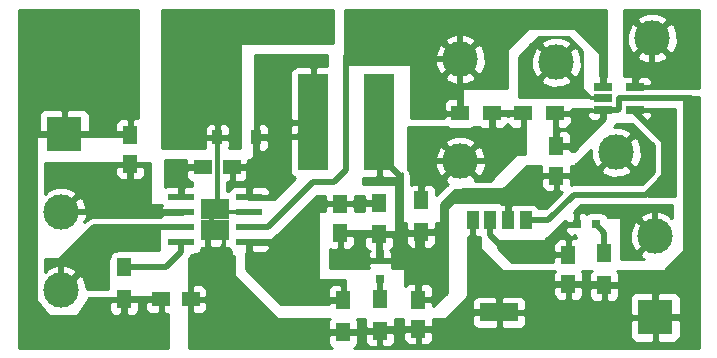
<source format=gtl>
G04 #@! TF.FileFunction,Copper,L1,Top,Signal*
%FSLAX46Y46*%
G04 Gerber Fmt 4.6, Leading zero omitted, Abs format (unit mm)*
G04 Created by KiCad (PCBNEW 4.0.4-stable) date 05/25/17 08:11:09*
%MOMM*%
%LPD*%
G01*
G04 APERTURE LIST*
%ADD10C,0.100000*%
%ADD11R,0.800000X0.800000*%
%ADD12R,2.600000X8.200000*%
%ADD13R,0.900000X1.200000*%
%ADD14R,1.000000X1.500000*%
%ADD15R,3.300000X1.500000*%
%ADD16R,1.250000X1.500000*%
%ADD17R,1.500000X1.250000*%
%ADD18C,3.000000*%
%ADD19R,3.000000X3.000000*%
%ADD20R,1.300000X1.500000*%
%ADD21R,1.500000X1.300000*%
%ADD22R,1.560000X0.650000*%
%ADD23R,1.200000X1.800000*%
%ADD24R,2.200000X0.600000*%
%ADD25C,0.500000*%
%ADD26C,0.300000*%
%ADD27C,0.400000*%
%ADD28C,0.250000*%
%ADD29C,0.254000*%
G04 APERTURE END LIST*
D10*
D11*
X111328200Y-55867400D03*
X111328200Y-57467400D03*
D12*
X111252000Y-44196000D03*
X105652000Y-44196000D03*
D13*
X100838000Y-45466000D03*
X97538000Y-45466000D03*
D11*
X127978000Y-52832000D03*
X129578000Y-52832000D03*
D14*
X123662000Y-52488000D03*
X122162000Y-52488000D03*
X120662000Y-52488000D03*
X119162000Y-52488000D03*
D15*
X121412000Y-60288000D03*
D16*
X90170000Y-47732000D03*
X90170000Y-45232000D03*
D17*
X98786000Y-48006000D03*
X96286000Y-48006000D03*
D16*
X107950000Y-53583480D03*
X107950000Y-51083480D03*
X114554000Y-59202000D03*
X114554000Y-61702000D03*
X126238000Y-48728000D03*
X126238000Y-46228000D03*
X127254000Y-55412000D03*
X127254000Y-57912000D03*
D18*
X84328000Y-58420000D03*
X84328000Y-51816000D03*
D19*
X84582000Y-45212000D03*
D18*
X118110000Y-38862000D03*
X118110000Y-47498000D03*
X131318000Y-46736000D03*
D19*
X134620000Y-60706000D03*
D18*
X134620000Y-53848000D03*
X126238000Y-39116000D03*
D17*
X95296000Y-59182000D03*
X92796000Y-59182000D03*
D20*
X89662000Y-56482000D03*
X89662000Y-59182000D03*
D21*
X118110000Y-43434000D03*
X120810000Y-43434000D03*
D20*
X111231476Y-53683480D03*
X111231476Y-50983480D03*
X108204000Y-59276000D03*
X108204000Y-61976000D03*
X114808000Y-53500000D03*
X114808000Y-50800000D03*
D21*
X123444000Y-43434000D03*
X126144000Y-43434000D03*
D20*
X111302800Y-61827400D03*
X111302800Y-59127400D03*
X130302000Y-57992000D03*
X130302000Y-55292000D03*
D18*
X134366000Y-37084000D03*
D22*
X130222000Y-41214000D03*
X130222000Y-42164000D03*
X130222000Y-43114000D03*
X132922000Y-43114000D03*
X132922000Y-41214000D03*
D23*
X97974000Y-53340000D03*
X96774000Y-53340000D03*
X97974000Y-51540000D03*
D24*
X94499000Y-50535000D03*
X94499000Y-51805000D03*
X94499000Y-53075000D03*
X94499000Y-54345000D03*
X100249000Y-54345000D03*
X100249000Y-53075000D03*
X100249000Y-51805000D03*
X100249000Y-50535000D03*
D23*
X96774000Y-51540000D03*
D25*
X84328000Y-51816000D02*
X90170000Y-51816000D01*
X90170000Y-51816000D02*
X94488000Y-51816000D01*
X90170000Y-47732000D02*
X90170000Y-51816000D01*
X94488000Y-51816000D02*
X94499000Y-51805000D01*
X81026000Y-46228000D02*
X82042000Y-45212000D01*
X82042000Y-45212000D02*
X84582000Y-45212000D01*
X81026000Y-59944000D02*
X81026000Y-46228000D01*
X82804000Y-61722000D02*
X81026000Y-59944000D01*
X88372000Y-61722000D02*
X82804000Y-61722000D01*
X89662000Y-59182000D02*
X89662000Y-60432000D01*
X89662000Y-60432000D02*
X88372000Y-61722000D01*
X84582000Y-45212000D02*
X90150000Y-45212000D01*
X90150000Y-45212000D02*
X90170000Y-45232000D01*
X89662000Y-59182000D02*
X92796000Y-59182000D01*
X100838000Y-45466000D02*
X104382000Y-45466000D01*
X104382000Y-45466000D02*
X105652000Y-44196000D01*
X100838000Y-47204000D02*
X100249000Y-47793000D01*
X100249000Y-47793000D02*
X100249000Y-50535000D01*
X98786000Y-48006000D02*
X100036000Y-48006000D01*
X100838000Y-46990000D02*
X100838000Y-45466000D01*
X100036000Y-48006000D02*
X100838000Y-47204000D01*
X100838000Y-47204000D02*
X100838000Y-46990000D01*
D26*
X100838000Y-45316000D02*
X100838000Y-45466000D01*
D25*
X94996000Y-48006000D02*
X94499000Y-48503000D01*
X94499000Y-48503000D02*
X94499000Y-50535000D01*
X96286000Y-48006000D02*
X94996000Y-48006000D01*
X114554000Y-59202000D02*
X114554000Y-53754000D01*
X114554000Y-53754000D02*
X114808000Y-53500000D01*
X111231476Y-53683480D02*
X111231476Y-55770676D01*
X111231476Y-55770676D02*
X111328200Y-55867400D01*
X126238000Y-48728000D02*
X129326000Y-48728000D01*
X129326000Y-48728000D02*
X131318000Y-46736000D01*
X118364000Y-50038000D02*
X122174000Y-50038000D01*
X122174000Y-50038000D02*
X123803000Y-50038000D01*
X122162000Y-52488000D02*
X122162000Y-50050000D01*
X122162000Y-50050000D02*
X122174000Y-50038000D01*
X123803000Y-50038000D02*
X125113000Y-48728000D01*
X125113000Y-48728000D02*
X126238000Y-48728000D01*
X116840000Y-51562000D02*
X118364000Y-50038000D01*
X116840000Y-52618000D02*
X116840000Y-51562000D01*
X114808000Y-53500000D02*
X115958000Y-53500000D01*
X115958000Y-53500000D02*
X116840000Y-52618000D01*
X111231476Y-53683480D02*
X113030000Y-53683480D01*
X113030000Y-53683480D02*
X114624520Y-53683480D01*
X113030000Y-51622000D02*
X113030000Y-53683480D01*
X114624520Y-53683480D02*
X114808000Y-53500000D01*
X107950000Y-53583480D02*
X111131476Y-53583480D01*
X111131476Y-53583480D02*
X111231476Y-53683480D01*
X113030000Y-48768000D02*
X113030000Y-51622000D01*
X111252000Y-46990000D02*
X113030000Y-48768000D01*
X111252000Y-44196000D02*
X111252000Y-46990000D01*
X102964000Y-59276000D02*
X100249000Y-56561000D01*
X100249000Y-56561000D02*
X100249000Y-54345000D01*
X108204000Y-59276000D02*
X102964000Y-59276000D01*
X107950000Y-51083480D02*
X111131476Y-51083480D01*
X111131476Y-51083480D02*
X111231476Y-50983480D01*
X102627000Y-54345000D02*
X105888520Y-51083480D01*
X105888520Y-51083480D02*
X107950000Y-51083480D01*
X100249000Y-54345000D02*
X102627000Y-54345000D01*
X111328200Y-57467400D02*
X111328200Y-59502000D01*
X89662000Y-56482000D02*
X93162000Y-56482000D01*
X93162000Y-56482000D02*
X94499000Y-55145000D01*
X94499000Y-55145000D02*
X94499000Y-54345000D01*
X118110000Y-38862000D02*
X118110000Y-36740680D01*
X130222000Y-38274000D02*
X130222000Y-41214000D01*
X118110000Y-36740680D02*
X118782680Y-36068000D01*
X118782680Y-36068000D02*
X128016000Y-36068000D01*
X128016000Y-36068000D02*
X130222000Y-38274000D01*
X100249000Y-53075000D02*
X101849000Y-53075000D01*
X101849000Y-53075000D02*
X105648000Y-49276000D01*
X105648000Y-49276000D02*
X107442000Y-49276000D01*
X107442000Y-49276000D02*
X108458000Y-48260000D01*
X108458000Y-48260000D02*
X108458000Y-38608000D01*
X108458000Y-38608000D02*
X109474000Y-37592000D01*
X109474000Y-37592000D02*
X113538000Y-37592000D01*
X113538000Y-37592000D02*
X114808000Y-38862000D01*
X114808000Y-38862000D02*
X118110000Y-38862000D01*
X118110000Y-38862000D02*
X118110000Y-43434000D01*
X118110000Y-47498000D02*
X115988680Y-47498000D01*
X115988680Y-47498000D02*
X114808000Y-48678680D01*
X114808000Y-48678680D02*
X114808000Y-49550000D01*
X114808000Y-49550000D02*
X114808000Y-50800000D01*
X118110000Y-47498000D02*
X120231320Y-47498000D01*
X120231320Y-47498000D02*
X120810000Y-46919320D01*
X120810000Y-46919320D02*
X120810000Y-44584000D01*
X120810000Y-44584000D02*
X120810000Y-43434000D01*
X120810000Y-43434000D02*
X123444000Y-43434000D01*
X84328000Y-55880000D02*
X87133000Y-53075000D01*
X87133000Y-53075000D02*
X94499000Y-53075000D01*
X84328000Y-58420000D02*
X84328000Y-55880000D01*
X131572000Y-43044000D02*
X131572000Y-42164000D01*
X137668000Y-42164000D02*
X137668000Y-59944000D01*
X131572000Y-42164000D02*
X137668000Y-42164000D01*
X126238000Y-46228000D02*
X127933000Y-46228000D01*
X127933000Y-46228000D02*
X130222000Y-43939000D01*
X130222000Y-43939000D02*
X130222000Y-43434000D01*
X130222000Y-43434000D02*
X130222000Y-43114000D01*
D27*
X97538000Y-45466000D02*
X97538000Y-51104000D01*
X97538000Y-51104000D02*
X97974000Y-51540000D01*
D25*
X130222000Y-43114000D02*
X131502001Y-43113999D01*
X131502001Y-43113999D02*
X131572000Y-43044000D01*
X95296000Y-59182000D02*
X95296000Y-58057000D01*
X95296000Y-58057000D02*
X96774000Y-56579000D01*
X96774000Y-56579000D02*
X96774000Y-54740000D01*
X96774000Y-54740000D02*
X96774000Y-53340000D01*
X137668000Y-59944000D02*
X136906000Y-60706000D01*
X136906000Y-60706000D02*
X134620000Y-60706000D01*
X126238000Y-46228000D02*
X126238000Y-43528000D01*
X126238000Y-43528000D02*
X126144000Y-43434000D01*
X119162000Y-52488000D02*
X119162000Y-56788000D01*
X119162000Y-56788000D02*
X121412000Y-59038000D01*
X133938000Y-57992000D02*
X134620000Y-58674000D01*
X134620000Y-58674000D02*
X134620000Y-60706000D01*
X130302000Y-57992000D02*
X133938000Y-57992000D01*
X127254000Y-57912000D02*
X130222000Y-57912000D01*
X130222000Y-57912000D02*
X130302000Y-57992000D01*
X122538000Y-57912000D02*
X127254000Y-57912000D01*
X121412000Y-60288000D02*
X121412000Y-59038000D01*
X121412000Y-59038000D02*
X122538000Y-57912000D01*
X114554000Y-61702000D02*
X116586000Y-61702000D01*
X118254000Y-60288000D02*
X116840000Y-61702000D01*
X116840000Y-61702000D02*
X116586000Y-61702000D01*
X121412000Y-60288000D02*
X118254000Y-60288000D01*
X114554000Y-61702000D02*
X111428200Y-61702000D01*
X111428200Y-61702000D02*
X111302800Y-61827400D01*
X108204000Y-61976000D02*
X111154200Y-61976000D01*
X111154200Y-61976000D02*
X111302800Y-61827400D01*
X95296000Y-59182000D02*
X95296000Y-60307000D01*
X95296000Y-60307000D02*
X96965000Y-61976000D01*
X96965000Y-61976000D02*
X107054000Y-61976000D01*
X107054000Y-61976000D02*
X108204000Y-61976000D01*
D28*
X96774000Y-51540000D02*
X96774000Y-52140000D01*
X96774000Y-52140000D02*
X97974000Y-53340000D01*
D26*
X97289001Y-53468799D02*
X97582801Y-53174999D01*
X97582801Y-53174999D02*
X97974000Y-53174999D01*
X97458999Y-51411201D02*
X97165199Y-51705001D01*
X97165199Y-51705001D02*
X96774000Y-51705001D01*
X100249000Y-51805000D02*
X96873999Y-51805000D01*
X96873999Y-51805000D02*
X96774000Y-51705001D01*
D25*
X127978000Y-52832000D02*
X127978000Y-51932000D01*
X127978000Y-51932000D02*
X128348000Y-51562000D01*
X128348000Y-51562000D02*
X134366000Y-51562000D01*
X134366000Y-51562000D02*
X134620000Y-51816000D01*
X134620000Y-51816000D02*
X134620000Y-53848000D01*
X120662000Y-52488000D02*
X120662000Y-53738000D01*
X120662000Y-53738000D02*
X122336000Y-55412000D01*
X122336000Y-55412000D02*
X126129000Y-55412000D01*
X126129000Y-55412000D02*
X127254000Y-55412000D01*
X130302000Y-55292000D02*
X130302000Y-53556000D01*
X130302000Y-53556000D02*
X129578000Y-52832000D01*
D26*
X130222000Y-42164000D02*
X129172000Y-42164000D01*
X129172000Y-42164000D02*
X126238000Y-39230000D01*
X126238000Y-39230000D02*
X126238000Y-39116000D01*
D25*
X134366000Y-37084000D02*
X134366000Y-39205320D01*
X134366000Y-39205320D02*
X132922000Y-40649320D01*
X132922000Y-40649320D02*
X132922000Y-41214000D01*
X132922000Y-43114000D02*
X132922000Y-43314000D01*
X132922000Y-43314000D02*
X135382000Y-45774000D01*
X135382000Y-45774000D02*
X135382000Y-48768000D01*
X133846010Y-50303990D02*
X127750010Y-50303990D01*
X135382000Y-48768000D02*
X133846010Y-50303990D01*
X127750010Y-50303990D02*
X125566000Y-52488000D01*
X125566000Y-52488000D02*
X123662000Y-52488000D01*
D29*
G36*
X138290000Y-63298000D02*
X109132405Y-63298000D01*
X109213699Y-63264327D01*
X109392327Y-63085698D01*
X109489000Y-62852309D01*
X109489000Y-62261750D01*
X109340400Y-62113150D01*
X110017800Y-62113150D01*
X110017800Y-62703709D01*
X110114473Y-62937098D01*
X110293101Y-63115727D01*
X110526490Y-63212400D01*
X111017050Y-63212400D01*
X111175800Y-63053650D01*
X111175800Y-61954400D01*
X111429800Y-61954400D01*
X111429800Y-63053650D01*
X111588550Y-63212400D01*
X112079110Y-63212400D01*
X112312499Y-63115727D01*
X112491127Y-62937098D01*
X112587800Y-62703709D01*
X112587800Y-62113150D01*
X112462400Y-61987750D01*
X113294000Y-61987750D01*
X113294000Y-62578309D01*
X113390673Y-62811698D01*
X113569301Y-62990327D01*
X113802690Y-63087000D01*
X114268250Y-63087000D01*
X114427000Y-62928250D01*
X114427000Y-61829000D01*
X114681000Y-61829000D01*
X114681000Y-62928250D01*
X114839750Y-63087000D01*
X115305310Y-63087000D01*
X115538699Y-62990327D01*
X115717327Y-62811698D01*
X115814000Y-62578309D01*
X115814000Y-61987750D01*
X115655250Y-61829000D01*
X114681000Y-61829000D01*
X114427000Y-61829000D01*
X113452750Y-61829000D01*
X113294000Y-61987750D01*
X112462400Y-61987750D01*
X112429050Y-61954400D01*
X111429800Y-61954400D01*
X111175800Y-61954400D01*
X110176550Y-61954400D01*
X110017800Y-62113150D01*
X109340400Y-62113150D01*
X109330250Y-62103000D01*
X108331000Y-62103000D01*
X108331000Y-62123000D01*
X108077000Y-62123000D01*
X108077000Y-62103000D01*
X107077750Y-62103000D01*
X106919000Y-62261750D01*
X106919000Y-62852309D01*
X107015673Y-63085698D01*
X107194301Y-63264327D01*
X107275595Y-63298000D01*
X95123000Y-63298000D01*
X95123000Y-60329250D01*
X95169000Y-60283250D01*
X95169000Y-59309000D01*
X95423000Y-59309000D01*
X95423000Y-60283250D01*
X95581750Y-60442000D01*
X96172309Y-60442000D01*
X96405698Y-60345327D01*
X96584327Y-60166699D01*
X96681000Y-59933310D01*
X96681000Y-59467750D01*
X96522250Y-59309000D01*
X95423000Y-59309000D01*
X95169000Y-59309000D01*
X95149000Y-59309000D01*
X95149000Y-59055000D01*
X95169000Y-59055000D01*
X95169000Y-58080750D01*
X95423000Y-58080750D01*
X95423000Y-59055000D01*
X96522250Y-59055000D01*
X96681000Y-58896250D01*
X96681000Y-58430690D01*
X96584327Y-58197301D01*
X96405698Y-58018673D01*
X96172309Y-57922000D01*
X95581750Y-57922000D01*
X95423000Y-58080750D01*
X95169000Y-58080750D01*
X95123000Y-58034750D01*
X95123000Y-55772579D01*
X95124787Y-55770792D01*
X95124790Y-55770790D01*
X95316633Y-55483675D01*
X95316634Y-55483674D01*
X95329387Y-55419562D01*
X96042802Y-55241208D01*
X96088310Y-55219517D01*
X96121794Y-55181830D01*
X96139000Y-55118000D01*
X96139000Y-54979480D01*
X96195431Y-54896890D01*
X96199864Y-54875000D01*
X96488250Y-54875000D01*
X96647000Y-54716250D01*
X96647000Y-53625750D01*
X96739000Y-53625750D01*
X96739000Y-54366310D01*
X96835673Y-54599699D01*
X96901000Y-54665026D01*
X96901000Y-54716250D01*
X97059750Y-54875000D01*
X97688250Y-54875000D01*
X97847000Y-54716250D01*
X97847000Y-54665026D01*
X97912327Y-54599699D01*
X98009000Y-54366310D01*
X98009000Y-53625750D01*
X97850250Y-53467000D01*
X96897750Y-53467000D01*
X96739000Y-53625750D01*
X96647000Y-53625750D01*
X96647000Y-53467000D01*
X96627000Y-53467000D01*
X96627000Y-53213000D01*
X96647000Y-53213000D01*
X96647000Y-53193000D01*
X96877750Y-53193000D01*
X96897750Y-53213000D01*
X97850250Y-53213000D01*
X97870250Y-53193000D01*
X98101000Y-53193000D01*
X98101000Y-53213000D01*
X98121000Y-53213000D01*
X98121000Y-53467000D01*
X98101000Y-53467000D01*
X98101000Y-54716250D01*
X98259750Y-54875000D01*
X98544838Y-54875000D01*
X98545838Y-54880317D01*
X98679000Y-55087257D01*
X98679000Y-55372000D01*
X98689006Y-55421410D01*
X98717447Y-55463035D01*
X98759841Y-55490315D01*
X98806000Y-55499000D01*
X98933000Y-55499000D01*
X98933000Y-57150000D01*
X98943006Y-57199410D01*
X98970197Y-57239803D01*
X102526197Y-60795803D01*
X102568211Y-60823666D01*
X102616000Y-60833000D01*
X107048975Y-60833000D01*
X107015673Y-60866302D01*
X106919000Y-61099691D01*
X106919000Y-61690250D01*
X107077750Y-61849000D01*
X108077000Y-61849000D01*
X108077000Y-61829000D01*
X108331000Y-61829000D01*
X108331000Y-61849000D01*
X109330250Y-61849000D01*
X109489000Y-61690250D01*
X109489000Y-61099691D01*
X109392327Y-60866302D01*
X109359025Y-60833000D01*
X110066715Y-60833000D01*
X110017800Y-60951091D01*
X110017800Y-61541650D01*
X110176550Y-61700400D01*
X111175800Y-61700400D01*
X111175800Y-61680400D01*
X111429800Y-61680400D01*
X111429800Y-61700400D01*
X112429050Y-61700400D01*
X112587800Y-61541650D01*
X112587800Y-60951091D01*
X112538885Y-60833000D01*
X113294000Y-60833000D01*
X113294000Y-61416250D01*
X113452750Y-61575000D01*
X114427000Y-61575000D01*
X114427000Y-61555000D01*
X114681000Y-61555000D01*
X114681000Y-61575000D01*
X115655250Y-61575000D01*
X115814000Y-61416250D01*
X115814000Y-60833000D01*
X116840000Y-60833000D01*
X116889410Y-60822994D01*
X116929803Y-60795803D01*
X117151856Y-60573750D01*
X119127000Y-60573750D01*
X119127000Y-61164310D01*
X119223673Y-61397699D01*
X119402302Y-61576327D01*
X119635691Y-61673000D01*
X121126250Y-61673000D01*
X121285000Y-61514250D01*
X121285000Y-60415000D01*
X121539000Y-60415000D01*
X121539000Y-61514250D01*
X121697750Y-61673000D01*
X123188309Y-61673000D01*
X123421698Y-61576327D01*
X123600327Y-61397699D01*
X123697000Y-61164310D01*
X123697000Y-60991750D01*
X132485000Y-60991750D01*
X132485000Y-62332310D01*
X132581673Y-62565699D01*
X132760302Y-62744327D01*
X132993691Y-62841000D01*
X134334250Y-62841000D01*
X134493000Y-62682250D01*
X134493000Y-60833000D01*
X134747000Y-60833000D01*
X134747000Y-62682250D01*
X134905750Y-62841000D01*
X136246309Y-62841000D01*
X136479698Y-62744327D01*
X136658327Y-62565699D01*
X136755000Y-62332310D01*
X136755000Y-60991750D01*
X136596250Y-60833000D01*
X134747000Y-60833000D01*
X134493000Y-60833000D01*
X132643750Y-60833000D01*
X132485000Y-60991750D01*
X123697000Y-60991750D01*
X123697000Y-60573750D01*
X123538250Y-60415000D01*
X121539000Y-60415000D01*
X121285000Y-60415000D01*
X119285750Y-60415000D01*
X119127000Y-60573750D01*
X117151856Y-60573750D01*
X118313916Y-59411690D01*
X119127000Y-59411690D01*
X119127000Y-60002250D01*
X119285750Y-60161000D01*
X121285000Y-60161000D01*
X121285000Y-59061750D01*
X121539000Y-59061750D01*
X121539000Y-60161000D01*
X123538250Y-60161000D01*
X123697000Y-60002250D01*
X123697000Y-59411690D01*
X123600327Y-59178301D01*
X123421698Y-58999673D01*
X123188309Y-58903000D01*
X121697750Y-58903000D01*
X121539000Y-59061750D01*
X121285000Y-59061750D01*
X121126250Y-58903000D01*
X119635691Y-58903000D01*
X119402302Y-58999673D01*
X119223673Y-59178301D01*
X119127000Y-59411690D01*
X118313916Y-59411690D01*
X118707803Y-59017803D01*
X118735666Y-58975789D01*
X118745000Y-58928000D01*
X118745000Y-58197750D01*
X125994000Y-58197750D01*
X125994000Y-58788309D01*
X126090673Y-59021698D01*
X126269301Y-59200327D01*
X126502690Y-59297000D01*
X126968250Y-59297000D01*
X127127000Y-59138250D01*
X127127000Y-58039000D01*
X127381000Y-58039000D01*
X127381000Y-59138250D01*
X127539750Y-59297000D01*
X128005310Y-59297000D01*
X128238699Y-59200327D01*
X128417327Y-59021698D01*
X128514000Y-58788309D01*
X128514000Y-58277750D01*
X129017000Y-58277750D01*
X129017000Y-58868309D01*
X129113673Y-59101698D01*
X129292301Y-59280327D01*
X129525690Y-59377000D01*
X130016250Y-59377000D01*
X130175000Y-59218250D01*
X130175000Y-58119000D01*
X130429000Y-58119000D01*
X130429000Y-59218250D01*
X130587750Y-59377000D01*
X131078310Y-59377000D01*
X131311699Y-59280327D01*
X131490327Y-59101698D01*
X131499443Y-59079690D01*
X132485000Y-59079690D01*
X132485000Y-60420250D01*
X132643750Y-60579000D01*
X134493000Y-60579000D01*
X134493000Y-58729750D01*
X134747000Y-58729750D01*
X134747000Y-60579000D01*
X136596250Y-60579000D01*
X136755000Y-60420250D01*
X136755000Y-59079690D01*
X136658327Y-58846301D01*
X136479698Y-58667673D01*
X136246309Y-58571000D01*
X134905750Y-58571000D01*
X134747000Y-58729750D01*
X134493000Y-58729750D01*
X134334250Y-58571000D01*
X132993691Y-58571000D01*
X132760302Y-58667673D01*
X132581673Y-58846301D01*
X132485000Y-59079690D01*
X131499443Y-59079690D01*
X131587000Y-58868309D01*
X131587000Y-58277750D01*
X131428250Y-58119000D01*
X130429000Y-58119000D01*
X130175000Y-58119000D01*
X129175750Y-58119000D01*
X129017000Y-58277750D01*
X128514000Y-58277750D01*
X128514000Y-58197750D01*
X128355250Y-58039000D01*
X127381000Y-58039000D01*
X127127000Y-58039000D01*
X126152750Y-58039000D01*
X125994000Y-58197750D01*
X118745000Y-58197750D01*
X118745000Y-53873000D01*
X118876250Y-53873000D01*
X119035000Y-53714250D01*
X119035000Y-52615000D01*
X119015000Y-52615000D01*
X119015000Y-52451000D01*
X119309000Y-52451000D01*
X119309000Y-52615000D01*
X119289000Y-52615000D01*
X119289000Y-53714250D01*
X119447750Y-53873000D01*
X119761000Y-53873000D01*
X119761000Y-54864000D01*
X119771006Y-54913410D01*
X119798197Y-54953803D01*
X121576197Y-56731803D01*
X121618211Y-56759666D01*
X121666000Y-56769000D01*
X126123975Y-56769000D01*
X126090673Y-56802302D01*
X125994000Y-57035691D01*
X125994000Y-57626250D01*
X126152750Y-57785000D01*
X127127000Y-57785000D01*
X127127000Y-57765000D01*
X127381000Y-57765000D01*
X127381000Y-57785000D01*
X128355250Y-57785000D01*
X128514000Y-57626250D01*
X128514000Y-57035691D01*
X128417327Y-56802302D01*
X128384025Y-56769000D01*
X129226974Y-56769000D01*
X129113673Y-56882302D01*
X129017000Y-57115691D01*
X129017000Y-57706250D01*
X129175750Y-57865000D01*
X130175000Y-57865000D01*
X130175000Y-57845000D01*
X130429000Y-57845000D01*
X130429000Y-57865000D01*
X131428250Y-57865000D01*
X131587000Y-57706250D01*
X131587000Y-57115691D01*
X131490327Y-56882302D01*
X131377026Y-56769000D01*
X135382000Y-56769000D01*
X135431410Y-56758994D01*
X135471803Y-56731803D01*
X136995803Y-55207803D01*
X137023666Y-55165789D01*
X137033000Y-55118000D01*
X137033000Y-42037000D01*
X138290000Y-42037000D01*
X138290000Y-63298000D01*
X138290000Y-63298000D01*
G37*
X138290000Y-63298000D02*
X109132405Y-63298000D01*
X109213699Y-63264327D01*
X109392327Y-63085698D01*
X109489000Y-62852309D01*
X109489000Y-62261750D01*
X109340400Y-62113150D01*
X110017800Y-62113150D01*
X110017800Y-62703709D01*
X110114473Y-62937098D01*
X110293101Y-63115727D01*
X110526490Y-63212400D01*
X111017050Y-63212400D01*
X111175800Y-63053650D01*
X111175800Y-61954400D01*
X111429800Y-61954400D01*
X111429800Y-63053650D01*
X111588550Y-63212400D01*
X112079110Y-63212400D01*
X112312499Y-63115727D01*
X112491127Y-62937098D01*
X112587800Y-62703709D01*
X112587800Y-62113150D01*
X112462400Y-61987750D01*
X113294000Y-61987750D01*
X113294000Y-62578309D01*
X113390673Y-62811698D01*
X113569301Y-62990327D01*
X113802690Y-63087000D01*
X114268250Y-63087000D01*
X114427000Y-62928250D01*
X114427000Y-61829000D01*
X114681000Y-61829000D01*
X114681000Y-62928250D01*
X114839750Y-63087000D01*
X115305310Y-63087000D01*
X115538699Y-62990327D01*
X115717327Y-62811698D01*
X115814000Y-62578309D01*
X115814000Y-61987750D01*
X115655250Y-61829000D01*
X114681000Y-61829000D01*
X114427000Y-61829000D01*
X113452750Y-61829000D01*
X113294000Y-61987750D01*
X112462400Y-61987750D01*
X112429050Y-61954400D01*
X111429800Y-61954400D01*
X111175800Y-61954400D01*
X110176550Y-61954400D01*
X110017800Y-62113150D01*
X109340400Y-62113150D01*
X109330250Y-62103000D01*
X108331000Y-62103000D01*
X108331000Y-62123000D01*
X108077000Y-62123000D01*
X108077000Y-62103000D01*
X107077750Y-62103000D01*
X106919000Y-62261750D01*
X106919000Y-62852309D01*
X107015673Y-63085698D01*
X107194301Y-63264327D01*
X107275595Y-63298000D01*
X95123000Y-63298000D01*
X95123000Y-60329250D01*
X95169000Y-60283250D01*
X95169000Y-59309000D01*
X95423000Y-59309000D01*
X95423000Y-60283250D01*
X95581750Y-60442000D01*
X96172309Y-60442000D01*
X96405698Y-60345327D01*
X96584327Y-60166699D01*
X96681000Y-59933310D01*
X96681000Y-59467750D01*
X96522250Y-59309000D01*
X95423000Y-59309000D01*
X95169000Y-59309000D01*
X95149000Y-59309000D01*
X95149000Y-59055000D01*
X95169000Y-59055000D01*
X95169000Y-58080750D01*
X95423000Y-58080750D01*
X95423000Y-59055000D01*
X96522250Y-59055000D01*
X96681000Y-58896250D01*
X96681000Y-58430690D01*
X96584327Y-58197301D01*
X96405698Y-58018673D01*
X96172309Y-57922000D01*
X95581750Y-57922000D01*
X95423000Y-58080750D01*
X95169000Y-58080750D01*
X95123000Y-58034750D01*
X95123000Y-55772579D01*
X95124787Y-55770792D01*
X95124790Y-55770790D01*
X95316633Y-55483675D01*
X95316634Y-55483674D01*
X95329387Y-55419562D01*
X96042802Y-55241208D01*
X96088310Y-55219517D01*
X96121794Y-55181830D01*
X96139000Y-55118000D01*
X96139000Y-54979480D01*
X96195431Y-54896890D01*
X96199864Y-54875000D01*
X96488250Y-54875000D01*
X96647000Y-54716250D01*
X96647000Y-53625750D01*
X96739000Y-53625750D01*
X96739000Y-54366310D01*
X96835673Y-54599699D01*
X96901000Y-54665026D01*
X96901000Y-54716250D01*
X97059750Y-54875000D01*
X97688250Y-54875000D01*
X97847000Y-54716250D01*
X97847000Y-54665026D01*
X97912327Y-54599699D01*
X98009000Y-54366310D01*
X98009000Y-53625750D01*
X97850250Y-53467000D01*
X96897750Y-53467000D01*
X96739000Y-53625750D01*
X96647000Y-53625750D01*
X96647000Y-53467000D01*
X96627000Y-53467000D01*
X96627000Y-53213000D01*
X96647000Y-53213000D01*
X96647000Y-53193000D01*
X96877750Y-53193000D01*
X96897750Y-53213000D01*
X97850250Y-53213000D01*
X97870250Y-53193000D01*
X98101000Y-53193000D01*
X98101000Y-53213000D01*
X98121000Y-53213000D01*
X98121000Y-53467000D01*
X98101000Y-53467000D01*
X98101000Y-54716250D01*
X98259750Y-54875000D01*
X98544838Y-54875000D01*
X98545838Y-54880317D01*
X98679000Y-55087257D01*
X98679000Y-55372000D01*
X98689006Y-55421410D01*
X98717447Y-55463035D01*
X98759841Y-55490315D01*
X98806000Y-55499000D01*
X98933000Y-55499000D01*
X98933000Y-57150000D01*
X98943006Y-57199410D01*
X98970197Y-57239803D01*
X102526197Y-60795803D01*
X102568211Y-60823666D01*
X102616000Y-60833000D01*
X107048975Y-60833000D01*
X107015673Y-60866302D01*
X106919000Y-61099691D01*
X106919000Y-61690250D01*
X107077750Y-61849000D01*
X108077000Y-61849000D01*
X108077000Y-61829000D01*
X108331000Y-61829000D01*
X108331000Y-61849000D01*
X109330250Y-61849000D01*
X109489000Y-61690250D01*
X109489000Y-61099691D01*
X109392327Y-60866302D01*
X109359025Y-60833000D01*
X110066715Y-60833000D01*
X110017800Y-60951091D01*
X110017800Y-61541650D01*
X110176550Y-61700400D01*
X111175800Y-61700400D01*
X111175800Y-61680400D01*
X111429800Y-61680400D01*
X111429800Y-61700400D01*
X112429050Y-61700400D01*
X112587800Y-61541650D01*
X112587800Y-60951091D01*
X112538885Y-60833000D01*
X113294000Y-60833000D01*
X113294000Y-61416250D01*
X113452750Y-61575000D01*
X114427000Y-61575000D01*
X114427000Y-61555000D01*
X114681000Y-61555000D01*
X114681000Y-61575000D01*
X115655250Y-61575000D01*
X115814000Y-61416250D01*
X115814000Y-60833000D01*
X116840000Y-60833000D01*
X116889410Y-60822994D01*
X116929803Y-60795803D01*
X117151856Y-60573750D01*
X119127000Y-60573750D01*
X119127000Y-61164310D01*
X119223673Y-61397699D01*
X119402302Y-61576327D01*
X119635691Y-61673000D01*
X121126250Y-61673000D01*
X121285000Y-61514250D01*
X121285000Y-60415000D01*
X121539000Y-60415000D01*
X121539000Y-61514250D01*
X121697750Y-61673000D01*
X123188309Y-61673000D01*
X123421698Y-61576327D01*
X123600327Y-61397699D01*
X123697000Y-61164310D01*
X123697000Y-60991750D01*
X132485000Y-60991750D01*
X132485000Y-62332310D01*
X132581673Y-62565699D01*
X132760302Y-62744327D01*
X132993691Y-62841000D01*
X134334250Y-62841000D01*
X134493000Y-62682250D01*
X134493000Y-60833000D01*
X134747000Y-60833000D01*
X134747000Y-62682250D01*
X134905750Y-62841000D01*
X136246309Y-62841000D01*
X136479698Y-62744327D01*
X136658327Y-62565699D01*
X136755000Y-62332310D01*
X136755000Y-60991750D01*
X136596250Y-60833000D01*
X134747000Y-60833000D01*
X134493000Y-60833000D01*
X132643750Y-60833000D01*
X132485000Y-60991750D01*
X123697000Y-60991750D01*
X123697000Y-60573750D01*
X123538250Y-60415000D01*
X121539000Y-60415000D01*
X121285000Y-60415000D01*
X119285750Y-60415000D01*
X119127000Y-60573750D01*
X117151856Y-60573750D01*
X118313916Y-59411690D01*
X119127000Y-59411690D01*
X119127000Y-60002250D01*
X119285750Y-60161000D01*
X121285000Y-60161000D01*
X121285000Y-59061750D01*
X121539000Y-59061750D01*
X121539000Y-60161000D01*
X123538250Y-60161000D01*
X123697000Y-60002250D01*
X123697000Y-59411690D01*
X123600327Y-59178301D01*
X123421698Y-58999673D01*
X123188309Y-58903000D01*
X121697750Y-58903000D01*
X121539000Y-59061750D01*
X121285000Y-59061750D01*
X121126250Y-58903000D01*
X119635691Y-58903000D01*
X119402302Y-58999673D01*
X119223673Y-59178301D01*
X119127000Y-59411690D01*
X118313916Y-59411690D01*
X118707803Y-59017803D01*
X118735666Y-58975789D01*
X118745000Y-58928000D01*
X118745000Y-58197750D01*
X125994000Y-58197750D01*
X125994000Y-58788309D01*
X126090673Y-59021698D01*
X126269301Y-59200327D01*
X126502690Y-59297000D01*
X126968250Y-59297000D01*
X127127000Y-59138250D01*
X127127000Y-58039000D01*
X127381000Y-58039000D01*
X127381000Y-59138250D01*
X127539750Y-59297000D01*
X128005310Y-59297000D01*
X128238699Y-59200327D01*
X128417327Y-59021698D01*
X128514000Y-58788309D01*
X128514000Y-58277750D01*
X129017000Y-58277750D01*
X129017000Y-58868309D01*
X129113673Y-59101698D01*
X129292301Y-59280327D01*
X129525690Y-59377000D01*
X130016250Y-59377000D01*
X130175000Y-59218250D01*
X130175000Y-58119000D01*
X130429000Y-58119000D01*
X130429000Y-59218250D01*
X130587750Y-59377000D01*
X131078310Y-59377000D01*
X131311699Y-59280327D01*
X131490327Y-59101698D01*
X131499443Y-59079690D01*
X132485000Y-59079690D01*
X132485000Y-60420250D01*
X132643750Y-60579000D01*
X134493000Y-60579000D01*
X134493000Y-58729750D01*
X134747000Y-58729750D01*
X134747000Y-60579000D01*
X136596250Y-60579000D01*
X136755000Y-60420250D01*
X136755000Y-59079690D01*
X136658327Y-58846301D01*
X136479698Y-58667673D01*
X136246309Y-58571000D01*
X134905750Y-58571000D01*
X134747000Y-58729750D01*
X134493000Y-58729750D01*
X134334250Y-58571000D01*
X132993691Y-58571000D01*
X132760302Y-58667673D01*
X132581673Y-58846301D01*
X132485000Y-59079690D01*
X131499443Y-59079690D01*
X131587000Y-58868309D01*
X131587000Y-58277750D01*
X131428250Y-58119000D01*
X130429000Y-58119000D01*
X130175000Y-58119000D01*
X129175750Y-58119000D01*
X129017000Y-58277750D01*
X128514000Y-58277750D01*
X128514000Y-58197750D01*
X128355250Y-58039000D01*
X127381000Y-58039000D01*
X127127000Y-58039000D01*
X126152750Y-58039000D01*
X125994000Y-58197750D01*
X118745000Y-58197750D01*
X118745000Y-53873000D01*
X118876250Y-53873000D01*
X119035000Y-53714250D01*
X119035000Y-52615000D01*
X119015000Y-52615000D01*
X119015000Y-52451000D01*
X119309000Y-52451000D01*
X119309000Y-52615000D01*
X119289000Y-52615000D01*
X119289000Y-53714250D01*
X119447750Y-53873000D01*
X119761000Y-53873000D01*
X119761000Y-54864000D01*
X119771006Y-54913410D01*
X119798197Y-54953803D01*
X121576197Y-56731803D01*
X121618211Y-56759666D01*
X121666000Y-56769000D01*
X126123975Y-56769000D01*
X126090673Y-56802302D01*
X125994000Y-57035691D01*
X125994000Y-57626250D01*
X126152750Y-57785000D01*
X127127000Y-57785000D01*
X127127000Y-57765000D01*
X127381000Y-57765000D01*
X127381000Y-57785000D01*
X128355250Y-57785000D01*
X128514000Y-57626250D01*
X128514000Y-57035691D01*
X128417327Y-56802302D01*
X128384025Y-56769000D01*
X129226974Y-56769000D01*
X129113673Y-56882302D01*
X129017000Y-57115691D01*
X129017000Y-57706250D01*
X129175750Y-57865000D01*
X130175000Y-57865000D01*
X130175000Y-57845000D01*
X130429000Y-57845000D01*
X130429000Y-57865000D01*
X131428250Y-57865000D01*
X131587000Y-57706250D01*
X131587000Y-57115691D01*
X131490327Y-56882302D01*
X131377026Y-56769000D01*
X135382000Y-56769000D01*
X135431410Y-56758994D01*
X135471803Y-56731803D01*
X136995803Y-55207803D01*
X137023666Y-55165789D01*
X137033000Y-55118000D01*
X137033000Y-42037000D01*
X138290000Y-42037000D01*
X138290000Y-63298000D01*
G36*
X96897750Y-51413000D02*
X97850250Y-51413000D01*
X97870250Y-51393000D01*
X98101000Y-51393000D01*
X98101000Y-51413000D01*
X98121000Y-51413000D01*
X98121000Y-51667000D01*
X98101000Y-51667000D01*
X98101000Y-51687000D01*
X97870250Y-51687000D01*
X97850250Y-51667000D01*
X96897750Y-51667000D01*
X96877750Y-51687000D01*
X96647000Y-51687000D01*
X96647000Y-51667000D01*
X96627000Y-51667000D01*
X96627000Y-51413000D01*
X96647000Y-51413000D01*
X96647000Y-51393000D01*
X96877750Y-51393000D01*
X96897750Y-51413000D01*
X96897750Y-51413000D01*
G37*
X96897750Y-51413000D02*
X97850250Y-51413000D01*
X97870250Y-51393000D01*
X98101000Y-51393000D01*
X98101000Y-51413000D01*
X98121000Y-51413000D01*
X98121000Y-51667000D01*
X98101000Y-51667000D01*
X98101000Y-51687000D01*
X97870250Y-51687000D01*
X97850250Y-51667000D01*
X96897750Y-51667000D01*
X96877750Y-51687000D01*
X96647000Y-51687000D01*
X96647000Y-51667000D01*
X96627000Y-51667000D01*
X96627000Y-51413000D01*
X96647000Y-51413000D01*
X96647000Y-51393000D01*
X96877750Y-51393000D01*
X96897750Y-51413000D01*
G36*
X129190110Y-43085431D02*
X129442000Y-43136440D01*
X130369000Y-43136440D01*
X130369000Y-43241000D01*
X130349000Y-43241000D01*
X130349000Y-43915250D01*
X130376072Y-43942322D01*
X127709394Y-46609000D01*
X127498000Y-46609000D01*
X127498000Y-46513750D01*
X127339250Y-46355000D01*
X126365000Y-46355000D01*
X126365000Y-46375000D01*
X126111000Y-46375000D01*
X126111000Y-45001750D01*
X126365000Y-45001750D01*
X126365000Y-46101000D01*
X127339250Y-46101000D01*
X127498000Y-45942250D01*
X127498000Y-45351691D01*
X127401327Y-45118302D01*
X127222699Y-44939673D01*
X126989310Y-44843000D01*
X126523750Y-44843000D01*
X126365000Y-45001750D01*
X126111000Y-45001750D01*
X126111000Y-43561000D01*
X126271000Y-43561000D01*
X126271000Y-44560250D01*
X126429750Y-44719000D01*
X127020309Y-44719000D01*
X127253698Y-44622327D01*
X127432327Y-44443699D01*
X127529000Y-44210310D01*
X127529000Y-43719750D01*
X127370250Y-43561000D01*
X126271000Y-43561000D01*
X126111000Y-43561000D01*
X126111000Y-43399750D01*
X128807000Y-43399750D01*
X128807000Y-43565310D01*
X128903673Y-43798699D01*
X129082302Y-43977327D01*
X129315691Y-44074000D01*
X129936250Y-44074000D01*
X130095000Y-43915250D01*
X130095000Y-43241000D01*
X128965750Y-43241000D01*
X128807000Y-43399750D01*
X126111000Y-43399750D01*
X126111000Y-43287000D01*
X126271000Y-43287000D01*
X126271000Y-43307000D01*
X127370250Y-43307000D01*
X127529000Y-43148250D01*
X127529000Y-43053000D01*
X129142646Y-43053000D01*
X129190110Y-43085431D01*
X129190110Y-43085431D01*
G37*
X129190110Y-43085431D02*
X129442000Y-43136440D01*
X130369000Y-43136440D01*
X130369000Y-43241000D01*
X130349000Y-43241000D01*
X130349000Y-43915250D01*
X130376072Y-43942322D01*
X127709394Y-46609000D01*
X127498000Y-46609000D01*
X127498000Y-46513750D01*
X127339250Y-46355000D01*
X126365000Y-46355000D01*
X126365000Y-46375000D01*
X126111000Y-46375000D01*
X126111000Y-45001750D01*
X126365000Y-45001750D01*
X126365000Y-46101000D01*
X127339250Y-46101000D01*
X127498000Y-45942250D01*
X127498000Y-45351691D01*
X127401327Y-45118302D01*
X127222699Y-44939673D01*
X126989310Y-44843000D01*
X126523750Y-44843000D01*
X126365000Y-45001750D01*
X126111000Y-45001750D01*
X126111000Y-43561000D01*
X126271000Y-43561000D01*
X126271000Y-44560250D01*
X126429750Y-44719000D01*
X127020309Y-44719000D01*
X127253698Y-44622327D01*
X127432327Y-44443699D01*
X127529000Y-44210310D01*
X127529000Y-43719750D01*
X127370250Y-43561000D01*
X126271000Y-43561000D01*
X126111000Y-43561000D01*
X126111000Y-43399750D01*
X128807000Y-43399750D01*
X128807000Y-43565310D01*
X128903673Y-43798699D01*
X129082302Y-43977327D01*
X129315691Y-44074000D01*
X129936250Y-44074000D01*
X130095000Y-43915250D01*
X130095000Y-43241000D01*
X128965750Y-43241000D01*
X128807000Y-43399750D01*
X126111000Y-43399750D01*
X126111000Y-43287000D01*
X126271000Y-43287000D01*
X126271000Y-43307000D01*
X127370250Y-43307000D01*
X127529000Y-43148250D01*
X127529000Y-43053000D01*
X129142646Y-43053000D01*
X129190110Y-43085431D01*
G36*
X138290000Y-41275000D02*
X132775000Y-41275000D01*
X132775000Y-41087000D01*
X132795000Y-41087000D01*
X132795000Y-40412750D01*
X133049000Y-40412750D01*
X133049000Y-41087000D01*
X134178250Y-41087000D01*
X134337000Y-40928250D01*
X134337000Y-40762690D01*
X134240327Y-40529301D01*
X134061698Y-40350673D01*
X133828309Y-40254000D01*
X133207750Y-40254000D01*
X133049000Y-40412750D01*
X132795000Y-40412750D01*
X132636250Y-40254000D01*
X132015691Y-40254000D01*
X131953000Y-40279967D01*
X131953000Y-38597970D01*
X133031635Y-38597970D01*
X133191418Y-38916739D01*
X133982187Y-39226723D01*
X134831387Y-39210497D01*
X135540582Y-38916739D01*
X135700365Y-38597970D01*
X134366000Y-37263605D01*
X133031635Y-38597970D01*
X131953000Y-38597970D01*
X131953000Y-36700187D01*
X132223277Y-36700187D01*
X132239503Y-37549387D01*
X132533261Y-38258582D01*
X132852030Y-38418365D01*
X134186395Y-37084000D01*
X134545605Y-37084000D01*
X135879970Y-38418365D01*
X136198739Y-38258582D01*
X136508723Y-37467813D01*
X136492497Y-36618613D01*
X136198739Y-35909418D01*
X135879970Y-35749635D01*
X134545605Y-37084000D01*
X134186395Y-37084000D01*
X132852030Y-35749635D01*
X132533261Y-35909418D01*
X132223277Y-36700187D01*
X131953000Y-36700187D01*
X131953000Y-35570030D01*
X133031635Y-35570030D01*
X134366000Y-36904395D01*
X135700365Y-35570030D01*
X135540582Y-35251261D01*
X134749813Y-34941277D01*
X133900613Y-34957503D01*
X133191418Y-35251261D01*
X133031635Y-35570030D01*
X131953000Y-35570030D01*
X131953000Y-34710000D01*
X138290000Y-34710000D01*
X138290000Y-41275000D01*
X138290000Y-41275000D01*
G37*
X138290000Y-41275000D02*
X132775000Y-41275000D01*
X132775000Y-41087000D01*
X132795000Y-41087000D01*
X132795000Y-40412750D01*
X133049000Y-40412750D01*
X133049000Y-41087000D01*
X134178250Y-41087000D01*
X134337000Y-40928250D01*
X134337000Y-40762690D01*
X134240327Y-40529301D01*
X134061698Y-40350673D01*
X133828309Y-40254000D01*
X133207750Y-40254000D01*
X133049000Y-40412750D01*
X132795000Y-40412750D01*
X132636250Y-40254000D01*
X132015691Y-40254000D01*
X131953000Y-40279967D01*
X131953000Y-38597970D01*
X133031635Y-38597970D01*
X133191418Y-38916739D01*
X133982187Y-39226723D01*
X134831387Y-39210497D01*
X135540582Y-38916739D01*
X135700365Y-38597970D01*
X134366000Y-37263605D01*
X133031635Y-38597970D01*
X131953000Y-38597970D01*
X131953000Y-36700187D01*
X132223277Y-36700187D01*
X132239503Y-37549387D01*
X132533261Y-38258582D01*
X132852030Y-38418365D01*
X134186395Y-37084000D01*
X134545605Y-37084000D01*
X135879970Y-38418365D01*
X136198739Y-38258582D01*
X136508723Y-37467813D01*
X136492497Y-36618613D01*
X136198739Y-35909418D01*
X135879970Y-35749635D01*
X134545605Y-37084000D01*
X134186395Y-37084000D01*
X132852030Y-35749635D01*
X132533261Y-35909418D01*
X132223277Y-36700187D01*
X131953000Y-36700187D01*
X131953000Y-35570030D01*
X133031635Y-35570030D01*
X134366000Y-36904395D01*
X135700365Y-35570030D01*
X135540582Y-35251261D01*
X134749813Y-34941277D01*
X133900613Y-34957503D01*
X133191418Y-35251261D01*
X133031635Y-35570030D01*
X131953000Y-35570030D01*
X131953000Y-34710000D01*
X138290000Y-34710000D01*
X138290000Y-41275000D01*
G36*
X111379000Y-44069000D02*
X111399000Y-44069000D01*
X111399000Y-44323000D01*
X111379000Y-44323000D01*
X111379000Y-48772250D01*
X111537750Y-48931000D01*
X112678309Y-48931000D01*
X112911698Y-48834327D01*
X113090327Y-48655699D01*
X113157000Y-48494736D01*
X113157000Y-52578000D01*
X113167006Y-52627410D01*
X113195447Y-52669035D01*
X113237841Y-52696315D01*
X113284000Y-52705000D01*
X113523000Y-52705000D01*
X113523000Y-53214250D01*
X113681750Y-53373000D01*
X114681000Y-53373000D01*
X114681000Y-53353000D01*
X114935000Y-53353000D01*
X114935000Y-53373000D01*
X115934250Y-53373000D01*
X116093000Y-53214250D01*
X116093000Y-52705000D01*
X116332000Y-52705000D01*
X116381410Y-52694994D01*
X116423035Y-52666553D01*
X116450315Y-52624159D01*
X116459000Y-52578000D01*
X116459000Y-51106606D01*
X117654606Y-49911000D01*
X121666000Y-49911000D01*
X121715410Y-49900994D01*
X121755803Y-49873803D01*
X122615856Y-49013750D01*
X124978000Y-49013750D01*
X124978000Y-49604309D01*
X125074673Y-49837698D01*
X125253301Y-50016327D01*
X125486690Y-50113000D01*
X125952250Y-50113000D01*
X126111000Y-49954250D01*
X126111000Y-48855000D01*
X125136750Y-48855000D01*
X124978000Y-49013750D01*
X122615856Y-49013750D01*
X123750606Y-47879000D01*
X124978000Y-47879000D01*
X124978000Y-48442250D01*
X125136750Y-48601000D01*
X126111000Y-48601000D01*
X126111000Y-48581000D01*
X126365000Y-48581000D01*
X126365000Y-48601000D01*
X127339250Y-48601000D01*
X127498000Y-48442250D01*
X127498000Y-48249970D01*
X129983635Y-48249970D01*
X130143418Y-48568739D01*
X130934187Y-48878723D01*
X131783387Y-48862497D01*
X132492582Y-48568739D01*
X132652365Y-48249970D01*
X131318000Y-46915605D01*
X129983635Y-48249970D01*
X127498000Y-48249970D01*
X127498000Y-47879000D01*
X127762000Y-47879000D01*
X127811410Y-47868994D01*
X127851803Y-47841803D01*
X129178392Y-46515214D01*
X129191503Y-47201387D01*
X129485261Y-47910582D01*
X129804030Y-48070365D01*
X131138395Y-46736000D01*
X131497605Y-46736000D01*
X132831970Y-48070365D01*
X133150739Y-47910582D01*
X133460723Y-47119813D01*
X133444497Y-46270613D01*
X133150739Y-45561418D01*
X132831970Y-45401635D01*
X131497605Y-46736000D01*
X131138395Y-46736000D01*
X131124253Y-46721858D01*
X131303858Y-46542253D01*
X131318000Y-46556395D01*
X132652365Y-45222030D01*
X132492582Y-44903261D01*
X131701813Y-44593277D01*
X131088612Y-44604994D01*
X131370606Y-44323000D01*
X132679420Y-44323000D01*
X134497000Y-46140579D01*
X134497000Y-48401421D01*
X133479430Y-49418990D01*
X127750015Y-49418990D01*
X127750010Y-49418989D01*
X127498000Y-49469117D01*
X127498000Y-49013750D01*
X127339250Y-48855000D01*
X126365000Y-48855000D01*
X126365000Y-49954250D01*
X126523750Y-50113000D01*
X126689421Y-50113000D01*
X125367420Y-51435000D01*
X124721609Y-51435000D01*
X124626090Y-51286559D01*
X124413890Y-51141569D01*
X124162000Y-51090560D01*
X123162000Y-51090560D01*
X122926683Y-51134838D01*
X122902594Y-51150339D01*
X122788309Y-51103000D01*
X122447750Y-51103000D01*
X122289000Y-51261750D01*
X122289000Y-52361000D01*
X122309000Y-52361000D01*
X122309000Y-52615000D01*
X122289000Y-52615000D01*
X122289000Y-52635000D01*
X122035000Y-52635000D01*
X122035000Y-52615000D01*
X122015000Y-52615000D01*
X122015000Y-52361000D01*
X122035000Y-52361000D01*
X122035000Y-51261750D01*
X121876250Y-51103000D01*
X121539000Y-51103000D01*
X121539000Y-51054000D01*
X121528994Y-51004590D01*
X121500553Y-50962965D01*
X121458159Y-50935685D01*
X121412000Y-50927000D01*
X117094000Y-50927000D01*
X117044590Y-50937006D01*
X117002965Y-50965447D01*
X116975685Y-51007841D01*
X116967000Y-51054000D01*
X116967000Y-58621394D01*
X115814000Y-59774394D01*
X115814000Y-59487750D01*
X115655250Y-59329000D01*
X114681000Y-59329000D01*
X114681000Y-59349000D01*
X114427000Y-59349000D01*
X114427000Y-59329000D01*
X114407000Y-59329000D01*
X114407000Y-59075000D01*
X114427000Y-59075000D01*
X114427000Y-57975750D01*
X114681000Y-57975750D01*
X114681000Y-59075000D01*
X115655250Y-59075000D01*
X115814000Y-58916250D01*
X115814000Y-58325691D01*
X115717327Y-58092302D01*
X115538699Y-57913673D01*
X115305310Y-57817000D01*
X114839750Y-57817000D01*
X114681000Y-57975750D01*
X114427000Y-57975750D01*
X114268250Y-57817000D01*
X113802690Y-57817000D01*
X113569301Y-57913673D01*
X113411000Y-58071975D01*
X113411000Y-56642000D01*
X113400994Y-56592590D01*
X113372553Y-56550965D01*
X113330159Y-56523685D01*
X113284000Y-56515000D01*
X112312960Y-56515000D01*
X112363200Y-56393709D01*
X112363200Y-56153150D01*
X112204450Y-55994400D01*
X111455200Y-55994400D01*
X111455200Y-56014400D01*
X111201200Y-56014400D01*
X111201200Y-55994400D01*
X110451950Y-55994400D01*
X110293200Y-56153150D01*
X110293200Y-56393709D01*
X110343440Y-56515000D01*
X107061000Y-56515000D01*
X107061000Y-54911447D01*
X107198690Y-54968480D01*
X107664250Y-54968480D01*
X107823000Y-54809730D01*
X107823000Y-53710480D01*
X108077000Y-53710480D01*
X108077000Y-54809730D01*
X108235750Y-54968480D01*
X108701310Y-54968480D01*
X108934699Y-54871807D01*
X109113327Y-54693178D01*
X109210000Y-54459789D01*
X109210000Y-53969230D01*
X109946476Y-53969230D01*
X109946476Y-54559789D01*
X110043149Y-54793178D01*
X110221777Y-54971807D01*
X110436731Y-55060844D01*
X110389873Y-55107702D01*
X110293200Y-55341091D01*
X110293200Y-55581650D01*
X110451950Y-55740400D01*
X111201200Y-55740400D01*
X111201200Y-54991150D01*
X111104476Y-54894426D01*
X111104476Y-53810480D01*
X111358476Y-53810480D01*
X111358476Y-54909730D01*
X111455200Y-55006454D01*
X111455200Y-55740400D01*
X112204450Y-55740400D01*
X112363200Y-55581650D01*
X112363200Y-55341091D01*
X112266527Y-55107702D01*
X112163010Y-55004184D01*
X112241175Y-54971807D01*
X112419803Y-54793178D01*
X112516476Y-54559789D01*
X112516476Y-53969230D01*
X112357726Y-53810480D01*
X111358476Y-53810480D01*
X111104476Y-53810480D01*
X110105226Y-53810480D01*
X109946476Y-53969230D01*
X109210000Y-53969230D01*
X109210000Y-53869230D01*
X109126520Y-53785750D01*
X113523000Y-53785750D01*
X113523000Y-54376309D01*
X113619673Y-54609698D01*
X113798301Y-54788327D01*
X114031690Y-54885000D01*
X114522250Y-54885000D01*
X114681000Y-54726250D01*
X114681000Y-53627000D01*
X114935000Y-53627000D01*
X114935000Y-54726250D01*
X115093750Y-54885000D01*
X115584310Y-54885000D01*
X115817699Y-54788327D01*
X115996327Y-54609698D01*
X116093000Y-54376309D01*
X116093000Y-53785750D01*
X115934250Y-53627000D01*
X114935000Y-53627000D01*
X114681000Y-53627000D01*
X113681750Y-53627000D01*
X113523000Y-53785750D01*
X109126520Y-53785750D01*
X109051250Y-53710480D01*
X108077000Y-53710480D01*
X107823000Y-53710480D01*
X107803000Y-53710480D01*
X107803000Y-53467000D01*
X110015746Y-53467000D01*
X110105226Y-53556480D01*
X111104476Y-53556480D01*
X111104476Y-53536480D01*
X111358476Y-53536480D01*
X111358476Y-53556480D01*
X112357726Y-53556480D01*
X112447206Y-53467000D01*
X112522000Y-53467000D01*
X112571410Y-53456994D01*
X112613035Y-53428553D01*
X112640315Y-53386159D01*
X112649000Y-53340000D01*
X112649000Y-49530000D01*
X112638994Y-49480590D01*
X112610553Y-49438965D01*
X112568159Y-49411685D01*
X112522000Y-49403000D01*
X109855000Y-49403000D01*
X109855000Y-48931000D01*
X110966250Y-48931000D01*
X111125000Y-48772250D01*
X111125000Y-44323000D01*
X111105000Y-44323000D01*
X111105000Y-44069000D01*
X111125000Y-44069000D01*
X111125000Y-44049000D01*
X111379000Y-44049000D01*
X111379000Y-44069000D01*
X111379000Y-44069000D01*
G37*
X111379000Y-44069000D02*
X111399000Y-44069000D01*
X111399000Y-44323000D01*
X111379000Y-44323000D01*
X111379000Y-48772250D01*
X111537750Y-48931000D01*
X112678309Y-48931000D01*
X112911698Y-48834327D01*
X113090327Y-48655699D01*
X113157000Y-48494736D01*
X113157000Y-52578000D01*
X113167006Y-52627410D01*
X113195447Y-52669035D01*
X113237841Y-52696315D01*
X113284000Y-52705000D01*
X113523000Y-52705000D01*
X113523000Y-53214250D01*
X113681750Y-53373000D01*
X114681000Y-53373000D01*
X114681000Y-53353000D01*
X114935000Y-53353000D01*
X114935000Y-53373000D01*
X115934250Y-53373000D01*
X116093000Y-53214250D01*
X116093000Y-52705000D01*
X116332000Y-52705000D01*
X116381410Y-52694994D01*
X116423035Y-52666553D01*
X116450315Y-52624159D01*
X116459000Y-52578000D01*
X116459000Y-51106606D01*
X117654606Y-49911000D01*
X121666000Y-49911000D01*
X121715410Y-49900994D01*
X121755803Y-49873803D01*
X122615856Y-49013750D01*
X124978000Y-49013750D01*
X124978000Y-49604309D01*
X125074673Y-49837698D01*
X125253301Y-50016327D01*
X125486690Y-50113000D01*
X125952250Y-50113000D01*
X126111000Y-49954250D01*
X126111000Y-48855000D01*
X125136750Y-48855000D01*
X124978000Y-49013750D01*
X122615856Y-49013750D01*
X123750606Y-47879000D01*
X124978000Y-47879000D01*
X124978000Y-48442250D01*
X125136750Y-48601000D01*
X126111000Y-48601000D01*
X126111000Y-48581000D01*
X126365000Y-48581000D01*
X126365000Y-48601000D01*
X127339250Y-48601000D01*
X127498000Y-48442250D01*
X127498000Y-48249970D01*
X129983635Y-48249970D01*
X130143418Y-48568739D01*
X130934187Y-48878723D01*
X131783387Y-48862497D01*
X132492582Y-48568739D01*
X132652365Y-48249970D01*
X131318000Y-46915605D01*
X129983635Y-48249970D01*
X127498000Y-48249970D01*
X127498000Y-47879000D01*
X127762000Y-47879000D01*
X127811410Y-47868994D01*
X127851803Y-47841803D01*
X129178392Y-46515214D01*
X129191503Y-47201387D01*
X129485261Y-47910582D01*
X129804030Y-48070365D01*
X131138395Y-46736000D01*
X131497605Y-46736000D01*
X132831970Y-48070365D01*
X133150739Y-47910582D01*
X133460723Y-47119813D01*
X133444497Y-46270613D01*
X133150739Y-45561418D01*
X132831970Y-45401635D01*
X131497605Y-46736000D01*
X131138395Y-46736000D01*
X131124253Y-46721858D01*
X131303858Y-46542253D01*
X131318000Y-46556395D01*
X132652365Y-45222030D01*
X132492582Y-44903261D01*
X131701813Y-44593277D01*
X131088612Y-44604994D01*
X131370606Y-44323000D01*
X132679420Y-44323000D01*
X134497000Y-46140579D01*
X134497000Y-48401421D01*
X133479430Y-49418990D01*
X127750015Y-49418990D01*
X127750010Y-49418989D01*
X127498000Y-49469117D01*
X127498000Y-49013750D01*
X127339250Y-48855000D01*
X126365000Y-48855000D01*
X126365000Y-49954250D01*
X126523750Y-50113000D01*
X126689421Y-50113000D01*
X125367420Y-51435000D01*
X124721609Y-51435000D01*
X124626090Y-51286559D01*
X124413890Y-51141569D01*
X124162000Y-51090560D01*
X123162000Y-51090560D01*
X122926683Y-51134838D01*
X122902594Y-51150339D01*
X122788309Y-51103000D01*
X122447750Y-51103000D01*
X122289000Y-51261750D01*
X122289000Y-52361000D01*
X122309000Y-52361000D01*
X122309000Y-52615000D01*
X122289000Y-52615000D01*
X122289000Y-52635000D01*
X122035000Y-52635000D01*
X122035000Y-52615000D01*
X122015000Y-52615000D01*
X122015000Y-52361000D01*
X122035000Y-52361000D01*
X122035000Y-51261750D01*
X121876250Y-51103000D01*
X121539000Y-51103000D01*
X121539000Y-51054000D01*
X121528994Y-51004590D01*
X121500553Y-50962965D01*
X121458159Y-50935685D01*
X121412000Y-50927000D01*
X117094000Y-50927000D01*
X117044590Y-50937006D01*
X117002965Y-50965447D01*
X116975685Y-51007841D01*
X116967000Y-51054000D01*
X116967000Y-58621394D01*
X115814000Y-59774394D01*
X115814000Y-59487750D01*
X115655250Y-59329000D01*
X114681000Y-59329000D01*
X114681000Y-59349000D01*
X114427000Y-59349000D01*
X114427000Y-59329000D01*
X114407000Y-59329000D01*
X114407000Y-59075000D01*
X114427000Y-59075000D01*
X114427000Y-57975750D01*
X114681000Y-57975750D01*
X114681000Y-59075000D01*
X115655250Y-59075000D01*
X115814000Y-58916250D01*
X115814000Y-58325691D01*
X115717327Y-58092302D01*
X115538699Y-57913673D01*
X115305310Y-57817000D01*
X114839750Y-57817000D01*
X114681000Y-57975750D01*
X114427000Y-57975750D01*
X114268250Y-57817000D01*
X113802690Y-57817000D01*
X113569301Y-57913673D01*
X113411000Y-58071975D01*
X113411000Y-56642000D01*
X113400994Y-56592590D01*
X113372553Y-56550965D01*
X113330159Y-56523685D01*
X113284000Y-56515000D01*
X112312960Y-56515000D01*
X112363200Y-56393709D01*
X112363200Y-56153150D01*
X112204450Y-55994400D01*
X111455200Y-55994400D01*
X111455200Y-56014400D01*
X111201200Y-56014400D01*
X111201200Y-55994400D01*
X110451950Y-55994400D01*
X110293200Y-56153150D01*
X110293200Y-56393709D01*
X110343440Y-56515000D01*
X107061000Y-56515000D01*
X107061000Y-54911447D01*
X107198690Y-54968480D01*
X107664250Y-54968480D01*
X107823000Y-54809730D01*
X107823000Y-53710480D01*
X108077000Y-53710480D01*
X108077000Y-54809730D01*
X108235750Y-54968480D01*
X108701310Y-54968480D01*
X108934699Y-54871807D01*
X109113327Y-54693178D01*
X109210000Y-54459789D01*
X109210000Y-53969230D01*
X109946476Y-53969230D01*
X109946476Y-54559789D01*
X110043149Y-54793178D01*
X110221777Y-54971807D01*
X110436731Y-55060844D01*
X110389873Y-55107702D01*
X110293200Y-55341091D01*
X110293200Y-55581650D01*
X110451950Y-55740400D01*
X111201200Y-55740400D01*
X111201200Y-54991150D01*
X111104476Y-54894426D01*
X111104476Y-53810480D01*
X111358476Y-53810480D01*
X111358476Y-54909730D01*
X111455200Y-55006454D01*
X111455200Y-55740400D01*
X112204450Y-55740400D01*
X112363200Y-55581650D01*
X112363200Y-55341091D01*
X112266527Y-55107702D01*
X112163010Y-55004184D01*
X112241175Y-54971807D01*
X112419803Y-54793178D01*
X112516476Y-54559789D01*
X112516476Y-53969230D01*
X112357726Y-53810480D01*
X111358476Y-53810480D01*
X111104476Y-53810480D01*
X110105226Y-53810480D01*
X109946476Y-53969230D01*
X109210000Y-53969230D01*
X109210000Y-53869230D01*
X109126520Y-53785750D01*
X113523000Y-53785750D01*
X113523000Y-54376309D01*
X113619673Y-54609698D01*
X113798301Y-54788327D01*
X114031690Y-54885000D01*
X114522250Y-54885000D01*
X114681000Y-54726250D01*
X114681000Y-53627000D01*
X114935000Y-53627000D01*
X114935000Y-54726250D01*
X115093750Y-54885000D01*
X115584310Y-54885000D01*
X115817699Y-54788327D01*
X115996327Y-54609698D01*
X116093000Y-54376309D01*
X116093000Y-53785750D01*
X115934250Y-53627000D01*
X114935000Y-53627000D01*
X114681000Y-53627000D01*
X113681750Y-53627000D01*
X113523000Y-53785750D01*
X109126520Y-53785750D01*
X109051250Y-53710480D01*
X108077000Y-53710480D01*
X107823000Y-53710480D01*
X107803000Y-53710480D01*
X107803000Y-53467000D01*
X110015746Y-53467000D01*
X110105226Y-53556480D01*
X111104476Y-53556480D01*
X111104476Y-53536480D01*
X111358476Y-53536480D01*
X111358476Y-53556480D01*
X112357726Y-53556480D01*
X112447206Y-53467000D01*
X112522000Y-53467000D01*
X112571410Y-53456994D01*
X112613035Y-53428553D01*
X112640315Y-53386159D01*
X112649000Y-53340000D01*
X112649000Y-49530000D01*
X112638994Y-49480590D01*
X112610553Y-49438965D01*
X112568159Y-49411685D01*
X112522000Y-49403000D01*
X109855000Y-49403000D01*
X109855000Y-48931000D01*
X110966250Y-48931000D01*
X111125000Y-48772250D01*
X111125000Y-44323000D01*
X111105000Y-44323000D01*
X111105000Y-44069000D01*
X111125000Y-44069000D01*
X111125000Y-44049000D01*
X111379000Y-44049000D01*
X111379000Y-44069000D01*
G36*
X90805000Y-43847000D02*
X90455750Y-43847000D01*
X90297000Y-44005750D01*
X90297000Y-45105000D01*
X90317000Y-45105000D01*
X90317000Y-45339000D01*
X82296000Y-45339000D01*
X82246590Y-45349006D01*
X82204965Y-45377447D01*
X82177685Y-45419841D01*
X82169000Y-45466000D01*
X82169000Y-59182000D01*
X82179006Y-59231410D01*
X82196830Y-59261336D01*
X83212830Y-60531336D01*
X83251509Y-60563669D01*
X83312000Y-60579000D01*
X85598000Y-60579000D01*
X85647410Y-60568994D01*
X85703670Y-60522447D01*
X86406801Y-59467750D01*
X88377000Y-59467750D01*
X88377000Y-60058309D01*
X88473673Y-60291698D01*
X88652301Y-60470327D01*
X88885690Y-60567000D01*
X89376250Y-60567000D01*
X89535000Y-60408250D01*
X89535000Y-59309000D01*
X89789000Y-59309000D01*
X89789000Y-60408250D01*
X89947750Y-60567000D01*
X90438310Y-60567000D01*
X90671699Y-60470327D01*
X90850327Y-60291698D01*
X90947000Y-60058309D01*
X90947000Y-59467750D01*
X91411000Y-59467750D01*
X91411000Y-59933310D01*
X91507673Y-60166699D01*
X91686302Y-60345327D01*
X91919691Y-60442000D01*
X92510250Y-60442000D01*
X92669000Y-60283250D01*
X92669000Y-59309000D01*
X91569750Y-59309000D01*
X91411000Y-59467750D01*
X90947000Y-59467750D01*
X90788250Y-59309000D01*
X89789000Y-59309000D01*
X89535000Y-59309000D01*
X88535750Y-59309000D01*
X88377000Y-59467750D01*
X86406801Y-59467750D01*
X86681968Y-59055000D01*
X92943000Y-59055000D01*
X92943000Y-59309000D01*
X92923000Y-59309000D01*
X92923000Y-60283250D01*
X93081750Y-60442000D01*
X93345000Y-60442000D01*
X93345000Y-63298000D01*
X80710000Y-63298000D01*
X80710000Y-43585690D01*
X82447000Y-43585690D01*
X82447000Y-44926250D01*
X82605750Y-45085000D01*
X84455000Y-45085000D01*
X84455000Y-43235750D01*
X84709000Y-43235750D01*
X84709000Y-45085000D01*
X86558250Y-45085000D01*
X86717000Y-44926250D01*
X86717000Y-44355691D01*
X88910000Y-44355691D01*
X88910000Y-44946250D01*
X89068750Y-45105000D01*
X90043000Y-45105000D01*
X90043000Y-44005750D01*
X89884250Y-43847000D01*
X89418690Y-43847000D01*
X89185301Y-43943673D01*
X89006673Y-44122302D01*
X88910000Y-44355691D01*
X86717000Y-44355691D01*
X86717000Y-43585690D01*
X86620327Y-43352301D01*
X86441698Y-43173673D01*
X86208309Y-43077000D01*
X84867750Y-43077000D01*
X84709000Y-43235750D01*
X84455000Y-43235750D01*
X84296250Y-43077000D01*
X82955691Y-43077000D01*
X82722302Y-43173673D01*
X82543673Y-43352301D01*
X82447000Y-43585690D01*
X80710000Y-43585690D01*
X80710000Y-34710000D01*
X90805000Y-34710000D01*
X90805000Y-43847000D01*
X90805000Y-43847000D01*
G37*
X90805000Y-43847000D02*
X90455750Y-43847000D01*
X90297000Y-44005750D01*
X90297000Y-45105000D01*
X90317000Y-45105000D01*
X90317000Y-45339000D01*
X82296000Y-45339000D01*
X82246590Y-45349006D01*
X82204965Y-45377447D01*
X82177685Y-45419841D01*
X82169000Y-45466000D01*
X82169000Y-59182000D01*
X82179006Y-59231410D01*
X82196830Y-59261336D01*
X83212830Y-60531336D01*
X83251509Y-60563669D01*
X83312000Y-60579000D01*
X85598000Y-60579000D01*
X85647410Y-60568994D01*
X85703670Y-60522447D01*
X86406801Y-59467750D01*
X88377000Y-59467750D01*
X88377000Y-60058309D01*
X88473673Y-60291698D01*
X88652301Y-60470327D01*
X88885690Y-60567000D01*
X89376250Y-60567000D01*
X89535000Y-60408250D01*
X89535000Y-59309000D01*
X89789000Y-59309000D01*
X89789000Y-60408250D01*
X89947750Y-60567000D01*
X90438310Y-60567000D01*
X90671699Y-60470327D01*
X90850327Y-60291698D01*
X90947000Y-60058309D01*
X90947000Y-59467750D01*
X91411000Y-59467750D01*
X91411000Y-59933310D01*
X91507673Y-60166699D01*
X91686302Y-60345327D01*
X91919691Y-60442000D01*
X92510250Y-60442000D01*
X92669000Y-60283250D01*
X92669000Y-59309000D01*
X91569750Y-59309000D01*
X91411000Y-59467750D01*
X90947000Y-59467750D01*
X90788250Y-59309000D01*
X89789000Y-59309000D01*
X89535000Y-59309000D01*
X88535750Y-59309000D01*
X88377000Y-59467750D01*
X86406801Y-59467750D01*
X86681968Y-59055000D01*
X92943000Y-59055000D01*
X92943000Y-59309000D01*
X92923000Y-59309000D01*
X92923000Y-60283250D01*
X93081750Y-60442000D01*
X93345000Y-60442000D01*
X93345000Y-63298000D01*
X80710000Y-63298000D01*
X80710000Y-43585690D01*
X82447000Y-43585690D01*
X82447000Y-44926250D01*
X82605750Y-45085000D01*
X84455000Y-45085000D01*
X84455000Y-43235750D01*
X84709000Y-43235750D01*
X84709000Y-45085000D01*
X86558250Y-45085000D01*
X86717000Y-44926250D01*
X86717000Y-44355691D01*
X88910000Y-44355691D01*
X88910000Y-44946250D01*
X89068750Y-45105000D01*
X90043000Y-45105000D01*
X90043000Y-44005750D01*
X89884250Y-43847000D01*
X89418690Y-43847000D01*
X89185301Y-43943673D01*
X89006673Y-44122302D01*
X88910000Y-44355691D01*
X86717000Y-44355691D01*
X86717000Y-43585690D01*
X86620327Y-43352301D01*
X86441698Y-43173673D01*
X86208309Y-43077000D01*
X84867750Y-43077000D01*
X84709000Y-43235750D01*
X84455000Y-43235750D01*
X84296250Y-43077000D01*
X82955691Y-43077000D01*
X82722302Y-43173673D01*
X82543673Y-43352301D01*
X82447000Y-43585690D01*
X80710000Y-43585690D01*
X80710000Y-34710000D01*
X90805000Y-34710000D01*
X90805000Y-43847000D01*
G36*
X91821000Y-51054000D02*
X91831006Y-51103410D01*
X91859447Y-51145035D01*
X91901841Y-51172315D01*
X91948000Y-51181000D01*
X92845885Y-51181000D01*
X92764000Y-51378690D01*
X92764000Y-51519250D01*
X92922750Y-51678000D01*
X94372000Y-51678000D01*
X94372000Y-51658000D01*
X94626000Y-51658000D01*
X94626000Y-51678000D01*
X94646000Y-51678000D01*
X94646000Y-51932000D01*
X94626000Y-51932000D01*
X94626000Y-51952000D01*
X94372000Y-51952000D01*
X94372000Y-51932000D01*
X92922750Y-51932000D01*
X92764000Y-52090750D01*
X92764000Y-52190000D01*
X87133005Y-52190000D01*
X87133000Y-52189999D01*
X86850516Y-52246190D01*
X86794325Y-52257367D01*
X86507210Y-52449210D01*
X86507208Y-52449213D01*
X86286400Y-52670021D01*
X86470723Y-52199813D01*
X86454497Y-51350613D01*
X86160739Y-50641418D01*
X85841970Y-50481635D01*
X84507605Y-51816000D01*
X84521748Y-51830143D01*
X84342143Y-52009748D01*
X84328000Y-51995605D01*
X84313858Y-52009748D01*
X84134253Y-51830143D01*
X84148395Y-51816000D01*
X84134253Y-51801858D01*
X84313858Y-51622253D01*
X84328000Y-51636395D01*
X85662365Y-50302030D01*
X85502582Y-49983261D01*
X84711813Y-49673277D01*
X83862613Y-49689503D01*
X83153418Y-49983261D01*
X82993636Y-50302028D01*
X82931000Y-50239392D01*
X82931000Y-48017750D01*
X88910000Y-48017750D01*
X88910000Y-48608309D01*
X89006673Y-48841698D01*
X89185301Y-49020327D01*
X89418690Y-49117000D01*
X89884250Y-49117000D01*
X90043000Y-48958250D01*
X90043000Y-47859000D01*
X90297000Y-47859000D01*
X90297000Y-48958250D01*
X90455750Y-49117000D01*
X90921310Y-49117000D01*
X91154699Y-49020327D01*
X91333327Y-48841698D01*
X91430000Y-48608309D01*
X91430000Y-48017750D01*
X91271250Y-47859000D01*
X90297000Y-47859000D01*
X90043000Y-47859000D01*
X89068750Y-47859000D01*
X88910000Y-48017750D01*
X82931000Y-48017750D01*
X82931000Y-47625000D01*
X91821000Y-47625000D01*
X91821000Y-51054000D01*
X91821000Y-51054000D01*
G37*
X91821000Y-51054000D02*
X91831006Y-51103410D01*
X91859447Y-51145035D01*
X91901841Y-51172315D01*
X91948000Y-51181000D01*
X92845885Y-51181000D01*
X92764000Y-51378690D01*
X92764000Y-51519250D01*
X92922750Y-51678000D01*
X94372000Y-51678000D01*
X94372000Y-51658000D01*
X94626000Y-51658000D01*
X94626000Y-51678000D01*
X94646000Y-51678000D01*
X94646000Y-51932000D01*
X94626000Y-51932000D01*
X94626000Y-51952000D01*
X94372000Y-51952000D01*
X94372000Y-51932000D01*
X92922750Y-51932000D01*
X92764000Y-52090750D01*
X92764000Y-52190000D01*
X87133005Y-52190000D01*
X87133000Y-52189999D01*
X86850516Y-52246190D01*
X86794325Y-52257367D01*
X86507210Y-52449210D01*
X86507208Y-52449213D01*
X86286400Y-52670021D01*
X86470723Y-52199813D01*
X86454497Y-51350613D01*
X86160739Y-50641418D01*
X85841970Y-50481635D01*
X84507605Y-51816000D01*
X84521748Y-51830143D01*
X84342143Y-52009748D01*
X84328000Y-51995605D01*
X84313858Y-52009748D01*
X84134253Y-51830143D01*
X84148395Y-51816000D01*
X84134253Y-51801858D01*
X84313858Y-51622253D01*
X84328000Y-51636395D01*
X85662365Y-50302030D01*
X85502582Y-49983261D01*
X84711813Y-49673277D01*
X83862613Y-49689503D01*
X83153418Y-49983261D01*
X82993636Y-50302028D01*
X82931000Y-50239392D01*
X82931000Y-48017750D01*
X88910000Y-48017750D01*
X88910000Y-48608309D01*
X89006673Y-48841698D01*
X89185301Y-49020327D01*
X89418690Y-49117000D01*
X89884250Y-49117000D01*
X90043000Y-48958250D01*
X90043000Y-47859000D01*
X90297000Y-47859000D01*
X90297000Y-48958250D01*
X90455750Y-49117000D01*
X90921310Y-49117000D01*
X91154699Y-49020327D01*
X91333327Y-48841698D01*
X91430000Y-48608309D01*
X91430000Y-48017750D01*
X91271250Y-47859000D01*
X90297000Y-47859000D01*
X90043000Y-47859000D01*
X89068750Y-47859000D01*
X88910000Y-48017750D01*
X82931000Y-48017750D01*
X82931000Y-47625000D01*
X91821000Y-47625000D01*
X91821000Y-51054000D01*
G36*
X106807000Y-39461000D02*
X105937750Y-39461000D01*
X105779000Y-39619750D01*
X105779000Y-44069000D01*
X105799000Y-44069000D01*
X105799000Y-44323000D01*
X105779000Y-44323000D01*
X105779000Y-44343000D01*
X105525000Y-44343000D01*
X105525000Y-44323000D01*
X103875750Y-44323000D01*
X103717000Y-44481750D01*
X103717000Y-48422310D01*
X103813673Y-48655699D01*
X103992302Y-48834327D01*
X104102444Y-48879950D01*
X102309394Y-50673000D01*
X101836250Y-50673000D01*
X101825250Y-50662000D01*
X100376000Y-50662000D01*
X100376000Y-50673000D01*
X100122000Y-50673000D01*
X100122000Y-50662000D01*
X100102000Y-50662000D01*
X100102000Y-50408000D01*
X100122000Y-50408000D01*
X100122000Y-49758750D01*
X100376000Y-49758750D01*
X100376000Y-50408000D01*
X101825250Y-50408000D01*
X101984000Y-50249250D01*
X101984000Y-50108690D01*
X101887327Y-49875301D01*
X101708698Y-49696673D01*
X101475309Y-49600000D01*
X100534750Y-49600000D01*
X100376000Y-49758750D01*
X100122000Y-49758750D01*
X99963250Y-49600000D01*
X99022691Y-49600000D01*
X98789302Y-49696673D01*
X98610673Y-49875301D01*
X98562103Y-49992560D01*
X98373000Y-49992560D01*
X98373000Y-49266000D01*
X98500250Y-49266000D01*
X98659000Y-49107250D01*
X98659000Y-48133000D01*
X98913000Y-48133000D01*
X98913000Y-49107250D01*
X99071750Y-49266000D01*
X99662309Y-49266000D01*
X99895698Y-49169327D01*
X100074327Y-48990699D01*
X100171000Y-48757310D01*
X100171000Y-48291750D01*
X100012250Y-48133000D01*
X98913000Y-48133000D01*
X98659000Y-48133000D01*
X98639000Y-48133000D01*
X98639000Y-47879000D01*
X98659000Y-47879000D01*
X98659000Y-47859000D01*
X98913000Y-47859000D01*
X98913000Y-47879000D01*
X100012250Y-47879000D01*
X100171000Y-47720250D01*
X100171000Y-47371000D01*
X100584000Y-47371000D01*
X100633410Y-47360994D01*
X100675035Y-47332553D01*
X100702315Y-47290159D01*
X100711000Y-47244000D01*
X100711000Y-45593000D01*
X100965000Y-45593000D01*
X100965000Y-46542250D01*
X101123750Y-46701000D01*
X101414309Y-46701000D01*
X101647698Y-46604327D01*
X101826327Y-46425699D01*
X101923000Y-46192310D01*
X101923000Y-45751750D01*
X101764250Y-45593000D01*
X100965000Y-45593000D01*
X100711000Y-45593000D01*
X100711000Y-44389750D01*
X100965000Y-44389750D01*
X100965000Y-45339000D01*
X101764250Y-45339000D01*
X101923000Y-45180250D01*
X101923000Y-44739690D01*
X101826327Y-44506301D01*
X101647698Y-44327673D01*
X101414309Y-44231000D01*
X101123750Y-44231000D01*
X100965000Y-44389750D01*
X100711000Y-44389750D01*
X100711000Y-39969690D01*
X103717000Y-39969690D01*
X103717000Y-43910250D01*
X103875750Y-44069000D01*
X105525000Y-44069000D01*
X105525000Y-39619750D01*
X105366250Y-39461000D01*
X104225691Y-39461000D01*
X103992302Y-39557673D01*
X103813673Y-39736301D01*
X103717000Y-39969690D01*
X100711000Y-39969690D01*
X100711000Y-38481000D01*
X106807000Y-38481000D01*
X106807000Y-39461000D01*
X106807000Y-39461000D01*
G37*
X106807000Y-39461000D02*
X105937750Y-39461000D01*
X105779000Y-39619750D01*
X105779000Y-44069000D01*
X105799000Y-44069000D01*
X105799000Y-44323000D01*
X105779000Y-44323000D01*
X105779000Y-44343000D01*
X105525000Y-44343000D01*
X105525000Y-44323000D01*
X103875750Y-44323000D01*
X103717000Y-44481750D01*
X103717000Y-48422310D01*
X103813673Y-48655699D01*
X103992302Y-48834327D01*
X104102444Y-48879950D01*
X102309394Y-50673000D01*
X101836250Y-50673000D01*
X101825250Y-50662000D01*
X100376000Y-50662000D01*
X100376000Y-50673000D01*
X100122000Y-50673000D01*
X100122000Y-50662000D01*
X100102000Y-50662000D01*
X100102000Y-50408000D01*
X100122000Y-50408000D01*
X100122000Y-49758750D01*
X100376000Y-49758750D01*
X100376000Y-50408000D01*
X101825250Y-50408000D01*
X101984000Y-50249250D01*
X101984000Y-50108690D01*
X101887327Y-49875301D01*
X101708698Y-49696673D01*
X101475309Y-49600000D01*
X100534750Y-49600000D01*
X100376000Y-49758750D01*
X100122000Y-49758750D01*
X99963250Y-49600000D01*
X99022691Y-49600000D01*
X98789302Y-49696673D01*
X98610673Y-49875301D01*
X98562103Y-49992560D01*
X98373000Y-49992560D01*
X98373000Y-49266000D01*
X98500250Y-49266000D01*
X98659000Y-49107250D01*
X98659000Y-48133000D01*
X98913000Y-48133000D01*
X98913000Y-49107250D01*
X99071750Y-49266000D01*
X99662309Y-49266000D01*
X99895698Y-49169327D01*
X100074327Y-48990699D01*
X100171000Y-48757310D01*
X100171000Y-48291750D01*
X100012250Y-48133000D01*
X98913000Y-48133000D01*
X98659000Y-48133000D01*
X98639000Y-48133000D01*
X98639000Y-47879000D01*
X98659000Y-47879000D01*
X98659000Y-47859000D01*
X98913000Y-47859000D01*
X98913000Y-47879000D01*
X100012250Y-47879000D01*
X100171000Y-47720250D01*
X100171000Y-47371000D01*
X100584000Y-47371000D01*
X100633410Y-47360994D01*
X100675035Y-47332553D01*
X100702315Y-47290159D01*
X100711000Y-47244000D01*
X100711000Y-45593000D01*
X100965000Y-45593000D01*
X100965000Y-46542250D01*
X101123750Y-46701000D01*
X101414309Y-46701000D01*
X101647698Y-46604327D01*
X101826327Y-46425699D01*
X101923000Y-46192310D01*
X101923000Y-45751750D01*
X101764250Y-45593000D01*
X100965000Y-45593000D01*
X100711000Y-45593000D01*
X100711000Y-44389750D01*
X100965000Y-44389750D01*
X100965000Y-45339000D01*
X101764250Y-45339000D01*
X101923000Y-45180250D01*
X101923000Y-44739690D01*
X101826327Y-44506301D01*
X101647698Y-44327673D01*
X101414309Y-44231000D01*
X101123750Y-44231000D01*
X100965000Y-44389750D01*
X100711000Y-44389750D01*
X100711000Y-39969690D01*
X103717000Y-39969690D01*
X103717000Y-43910250D01*
X103875750Y-44069000D01*
X105525000Y-44069000D01*
X105525000Y-39619750D01*
X105366250Y-39461000D01*
X104225691Y-39461000D01*
X103992302Y-39557673D01*
X103813673Y-39736301D01*
X103717000Y-39969690D01*
X100711000Y-39969690D01*
X100711000Y-38481000D01*
X106807000Y-38481000D01*
X106807000Y-39461000D01*
G36*
X136017000Y-52271392D02*
X135954364Y-52334028D01*
X135794582Y-52015261D01*
X135003813Y-51705277D01*
X134154613Y-51721503D01*
X133445418Y-52015261D01*
X133285635Y-52334030D01*
X134620000Y-53668395D01*
X134634143Y-53654253D01*
X134813748Y-53833858D01*
X134799605Y-53848000D01*
X134813748Y-53862143D01*
X134634143Y-54041748D01*
X134620000Y-54027605D01*
X133285635Y-55361970D01*
X133445418Y-55680739D01*
X133629756Y-55753000D01*
X131699000Y-55753000D01*
X131699000Y-53464187D01*
X132477277Y-53464187D01*
X132493503Y-54313387D01*
X132787261Y-55022582D01*
X133106030Y-55182365D01*
X134440395Y-53848000D01*
X133106030Y-52513635D01*
X132787261Y-52673418D01*
X132477277Y-53464187D01*
X131699000Y-53464187D01*
X131699000Y-52324000D01*
X131688994Y-52274590D01*
X131660553Y-52232965D01*
X131618159Y-52205685D01*
X131572000Y-52197000D01*
X130581222Y-52197000D01*
X130581162Y-52196683D01*
X130442090Y-51980559D01*
X130229890Y-51835569D01*
X129978000Y-51784560D01*
X129178000Y-51784560D01*
X128942683Y-51828838D01*
X128778507Y-51934482D01*
X128737698Y-51893673D01*
X128504309Y-51797000D01*
X128263750Y-51797000D01*
X128105000Y-51955750D01*
X128105000Y-52197000D01*
X128016000Y-52197000D01*
X127966590Y-52207006D01*
X127924965Y-52235447D01*
X127897685Y-52277841D01*
X127889000Y-52324000D01*
X127889000Y-52979000D01*
X127851000Y-52979000D01*
X127851000Y-52959000D01*
X127101750Y-52959000D01*
X126943000Y-53117750D01*
X126943000Y-53358310D01*
X127039673Y-53591699D01*
X127218302Y-53770327D01*
X127451691Y-53867000D01*
X127692250Y-53867000D01*
X127850998Y-53708252D01*
X127850998Y-53867000D01*
X127889000Y-53867000D01*
X127889000Y-54027000D01*
X127539750Y-54027000D01*
X127381000Y-54185750D01*
X127381000Y-55285000D01*
X127401000Y-55285000D01*
X127401000Y-55539000D01*
X127381000Y-55539000D01*
X127381000Y-55559000D01*
X127127000Y-55559000D01*
X127127000Y-55539000D01*
X126152750Y-55539000D01*
X125994000Y-55697750D01*
X125994000Y-56007000D01*
X122480606Y-56007000D01*
X121285000Y-54811394D01*
X121285000Y-54535691D01*
X125994000Y-54535691D01*
X125994000Y-55126250D01*
X126152750Y-55285000D01*
X127127000Y-55285000D01*
X127127000Y-54185750D01*
X126968250Y-54027000D01*
X126502690Y-54027000D01*
X126269301Y-54123673D01*
X126090673Y-54302302D01*
X125994000Y-54535691D01*
X121285000Y-54535691D01*
X121285000Y-54229000D01*
X125222000Y-54229000D01*
X125271410Y-54218994D01*
X125311803Y-54191803D01*
X126950178Y-52553428D01*
X127101750Y-52705000D01*
X127851000Y-52705000D01*
X127851000Y-51955750D01*
X127699428Y-51804178D01*
X128314616Y-51188990D01*
X133846005Y-51188990D01*
X133846010Y-51188991D01*
X133886182Y-51181000D01*
X136017000Y-51181000D01*
X136017000Y-52271392D01*
X136017000Y-52271392D01*
G37*
X136017000Y-52271392D02*
X135954364Y-52334028D01*
X135794582Y-52015261D01*
X135003813Y-51705277D01*
X134154613Y-51721503D01*
X133445418Y-52015261D01*
X133285635Y-52334030D01*
X134620000Y-53668395D01*
X134634143Y-53654253D01*
X134813748Y-53833858D01*
X134799605Y-53848000D01*
X134813748Y-53862143D01*
X134634143Y-54041748D01*
X134620000Y-54027605D01*
X133285635Y-55361970D01*
X133445418Y-55680739D01*
X133629756Y-55753000D01*
X131699000Y-55753000D01*
X131699000Y-53464187D01*
X132477277Y-53464187D01*
X132493503Y-54313387D01*
X132787261Y-55022582D01*
X133106030Y-55182365D01*
X134440395Y-53848000D01*
X133106030Y-52513635D01*
X132787261Y-52673418D01*
X132477277Y-53464187D01*
X131699000Y-53464187D01*
X131699000Y-52324000D01*
X131688994Y-52274590D01*
X131660553Y-52232965D01*
X131618159Y-52205685D01*
X131572000Y-52197000D01*
X130581222Y-52197000D01*
X130581162Y-52196683D01*
X130442090Y-51980559D01*
X130229890Y-51835569D01*
X129978000Y-51784560D01*
X129178000Y-51784560D01*
X128942683Y-51828838D01*
X128778507Y-51934482D01*
X128737698Y-51893673D01*
X128504309Y-51797000D01*
X128263750Y-51797000D01*
X128105000Y-51955750D01*
X128105000Y-52197000D01*
X128016000Y-52197000D01*
X127966590Y-52207006D01*
X127924965Y-52235447D01*
X127897685Y-52277841D01*
X127889000Y-52324000D01*
X127889000Y-52979000D01*
X127851000Y-52979000D01*
X127851000Y-52959000D01*
X127101750Y-52959000D01*
X126943000Y-53117750D01*
X126943000Y-53358310D01*
X127039673Y-53591699D01*
X127218302Y-53770327D01*
X127451691Y-53867000D01*
X127692250Y-53867000D01*
X127850998Y-53708252D01*
X127850998Y-53867000D01*
X127889000Y-53867000D01*
X127889000Y-54027000D01*
X127539750Y-54027000D01*
X127381000Y-54185750D01*
X127381000Y-55285000D01*
X127401000Y-55285000D01*
X127401000Y-55539000D01*
X127381000Y-55539000D01*
X127381000Y-55559000D01*
X127127000Y-55559000D01*
X127127000Y-55539000D01*
X126152750Y-55539000D01*
X125994000Y-55697750D01*
X125994000Y-56007000D01*
X122480606Y-56007000D01*
X121285000Y-54811394D01*
X121285000Y-54535691D01*
X125994000Y-54535691D01*
X125994000Y-55126250D01*
X126152750Y-55285000D01*
X127127000Y-55285000D01*
X127127000Y-54185750D01*
X126968250Y-54027000D01*
X126502690Y-54027000D01*
X126269301Y-54123673D01*
X126090673Y-54302302D01*
X125994000Y-54535691D01*
X121285000Y-54535691D01*
X121285000Y-54229000D01*
X125222000Y-54229000D01*
X125271410Y-54218994D01*
X125311803Y-54191803D01*
X126950178Y-52553428D01*
X127101750Y-52705000D01*
X127851000Y-52705000D01*
X127851000Y-51955750D01*
X127699428Y-51804178D01*
X128314616Y-51188990D01*
X133846005Y-51188990D01*
X133846010Y-51188991D01*
X133886182Y-51181000D01*
X136017000Y-51181000D01*
X136017000Y-52271392D01*
G36*
X130429000Y-40332750D02*
X130349000Y-40412750D01*
X130349000Y-41087000D01*
X130369000Y-41087000D01*
X130369000Y-41191560D01*
X130075000Y-41191560D01*
X130075000Y-41087000D01*
X130095000Y-41087000D01*
X130095000Y-40412750D01*
X129936250Y-40254000D01*
X129921000Y-40254000D01*
X129921000Y-38354000D01*
X129910994Y-38304590D01*
X129883803Y-38264197D01*
X127851803Y-36232197D01*
X127809789Y-36204334D01*
X127762000Y-36195000D01*
X123952000Y-36195000D01*
X123902590Y-36205006D01*
X123862197Y-36232197D01*
X122084197Y-38010197D01*
X122056334Y-38052211D01*
X122047000Y-38100000D01*
X122047000Y-41275000D01*
X118364000Y-41275000D01*
X118314590Y-41285006D01*
X118272965Y-41313447D01*
X118245685Y-41355841D01*
X118237000Y-41402000D01*
X118237000Y-43581000D01*
X117983000Y-43581000D01*
X117983000Y-43561000D01*
X116883750Y-43561000D01*
X116725000Y-43719750D01*
X116725000Y-43815000D01*
X113919000Y-43815000D01*
X113919000Y-42657690D01*
X116725000Y-42657690D01*
X116725000Y-43148250D01*
X116883750Y-43307000D01*
X117983000Y-43307000D01*
X117983000Y-42307750D01*
X117824250Y-42149000D01*
X117233691Y-42149000D01*
X117000302Y-42245673D01*
X116821673Y-42424301D01*
X116725000Y-42657690D01*
X113919000Y-42657690D01*
X113919000Y-40375970D01*
X116775635Y-40375970D01*
X116935418Y-40694739D01*
X117726187Y-41004723D01*
X118575387Y-40988497D01*
X119284582Y-40694739D01*
X119444365Y-40375970D01*
X118110000Y-39041605D01*
X116775635Y-40375970D01*
X113919000Y-40375970D01*
X113919000Y-39370000D01*
X113908994Y-39320590D01*
X113880553Y-39278965D01*
X113838159Y-39251685D01*
X113792000Y-39243000D01*
X108331000Y-39243000D01*
X108331000Y-38478187D01*
X115967277Y-38478187D01*
X115983503Y-39327387D01*
X116277261Y-40036582D01*
X116596030Y-40196365D01*
X117930395Y-38862000D01*
X118289605Y-38862000D01*
X119623970Y-40196365D01*
X119942739Y-40036582D01*
X120252723Y-39245813D01*
X120236497Y-38396613D01*
X119942739Y-37687418D01*
X119623970Y-37527635D01*
X118289605Y-38862000D01*
X117930395Y-38862000D01*
X116596030Y-37527635D01*
X116277261Y-37687418D01*
X115967277Y-38478187D01*
X108331000Y-38478187D01*
X108331000Y-37348030D01*
X116775635Y-37348030D01*
X118110000Y-38682395D01*
X119444365Y-37348030D01*
X119284582Y-37029261D01*
X118493813Y-36719277D01*
X117644613Y-36735503D01*
X116935418Y-37029261D01*
X116775635Y-37348030D01*
X108331000Y-37348030D01*
X108331000Y-34710000D01*
X130429000Y-34710000D01*
X130429000Y-40332750D01*
X130429000Y-40332750D01*
G37*
X130429000Y-40332750D02*
X130349000Y-40412750D01*
X130349000Y-41087000D01*
X130369000Y-41087000D01*
X130369000Y-41191560D01*
X130075000Y-41191560D01*
X130075000Y-41087000D01*
X130095000Y-41087000D01*
X130095000Y-40412750D01*
X129936250Y-40254000D01*
X129921000Y-40254000D01*
X129921000Y-38354000D01*
X129910994Y-38304590D01*
X129883803Y-38264197D01*
X127851803Y-36232197D01*
X127809789Y-36204334D01*
X127762000Y-36195000D01*
X123952000Y-36195000D01*
X123902590Y-36205006D01*
X123862197Y-36232197D01*
X122084197Y-38010197D01*
X122056334Y-38052211D01*
X122047000Y-38100000D01*
X122047000Y-41275000D01*
X118364000Y-41275000D01*
X118314590Y-41285006D01*
X118272965Y-41313447D01*
X118245685Y-41355841D01*
X118237000Y-41402000D01*
X118237000Y-43581000D01*
X117983000Y-43581000D01*
X117983000Y-43561000D01*
X116883750Y-43561000D01*
X116725000Y-43719750D01*
X116725000Y-43815000D01*
X113919000Y-43815000D01*
X113919000Y-42657690D01*
X116725000Y-42657690D01*
X116725000Y-43148250D01*
X116883750Y-43307000D01*
X117983000Y-43307000D01*
X117983000Y-42307750D01*
X117824250Y-42149000D01*
X117233691Y-42149000D01*
X117000302Y-42245673D01*
X116821673Y-42424301D01*
X116725000Y-42657690D01*
X113919000Y-42657690D01*
X113919000Y-40375970D01*
X116775635Y-40375970D01*
X116935418Y-40694739D01*
X117726187Y-41004723D01*
X118575387Y-40988497D01*
X119284582Y-40694739D01*
X119444365Y-40375970D01*
X118110000Y-39041605D01*
X116775635Y-40375970D01*
X113919000Y-40375970D01*
X113919000Y-39370000D01*
X113908994Y-39320590D01*
X113880553Y-39278965D01*
X113838159Y-39251685D01*
X113792000Y-39243000D01*
X108331000Y-39243000D01*
X108331000Y-38478187D01*
X115967277Y-38478187D01*
X115983503Y-39327387D01*
X116277261Y-40036582D01*
X116596030Y-40196365D01*
X117930395Y-38862000D01*
X118289605Y-38862000D01*
X119623970Y-40196365D01*
X119942739Y-40036582D01*
X120252723Y-39245813D01*
X120236497Y-38396613D01*
X119942739Y-37687418D01*
X119623970Y-37527635D01*
X118289605Y-38862000D01*
X117930395Y-38862000D01*
X116596030Y-37527635D01*
X116277261Y-37687418D01*
X115967277Y-38478187D01*
X108331000Y-38478187D01*
X108331000Y-37348030D01*
X116775635Y-37348030D01*
X118110000Y-38682395D01*
X119444365Y-37348030D01*
X119284582Y-37029261D01*
X118493813Y-36719277D01*
X117644613Y-36735503D01*
X116935418Y-37029261D01*
X116775635Y-37348030D01*
X108331000Y-37348030D01*
X108331000Y-34710000D01*
X130429000Y-34710000D01*
X130429000Y-40332750D01*
G36*
X123571000Y-46863000D02*
X122936000Y-46863000D01*
X122886590Y-46873006D01*
X122846197Y-46900197D01*
X120597394Y-49149000D01*
X119375679Y-49149000D01*
X119444365Y-49011970D01*
X118110000Y-47677605D01*
X116775635Y-49011970D01*
X116935418Y-49330739D01*
X117063462Y-49380932D01*
X116093000Y-50351394D01*
X116093000Y-49923691D01*
X115996327Y-49690302D01*
X115817699Y-49511673D01*
X115584310Y-49415000D01*
X115093750Y-49415000D01*
X114935000Y-49573750D01*
X114935000Y-50673000D01*
X114955000Y-50673000D01*
X114955000Y-50927000D01*
X114935000Y-50927000D01*
X114935000Y-50947000D01*
X114681000Y-50947000D01*
X114681000Y-50927000D01*
X114661000Y-50927000D01*
X114661000Y-50673000D01*
X114681000Y-50673000D01*
X114681000Y-49573750D01*
X114522250Y-49415000D01*
X114031690Y-49415000D01*
X113915000Y-49463335D01*
X113915000Y-48768005D01*
X113915001Y-48768000D01*
X113847633Y-48429326D01*
X113847633Y-48429325D01*
X113665000Y-48155994D01*
X113665000Y-47114187D01*
X115967277Y-47114187D01*
X115983503Y-47963387D01*
X116277261Y-48672582D01*
X116596030Y-48832365D01*
X117930395Y-47498000D01*
X118289605Y-47498000D01*
X119623970Y-48832365D01*
X119942739Y-48672582D01*
X120252723Y-47881813D01*
X120236497Y-47032613D01*
X119942739Y-46323418D01*
X119623970Y-46163635D01*
X118289605Y-47498000D01*
X117930395Y-47498000D01*
X116596030Y-46163635D01*
X116277261Y-46323418D01*
X115967277Y-47114187D01*
X113665000Y-47114187D01*
X113665000Y-45984030D01*
X116775635Y-45984030D01*
X118110000Y-47318395D01*
X119444365Y-45984030D01*
X119284582Y-45665261D01*
X118493813Y-45355277D01*
X117644613Y-45371503D01*
X116935418Y-45665261D01*
X116775635Y-45984030D01*
X113665000Y-45984030D01*
X113665000Y-44577000D01*
X116956734Y-44577000D01*
X117108110Y-44680431D01*
X117360000Y-44731440D01*
X118860000Y-44731440D01*
X119095317Y-44687162D01*
X119266514Y-44577000D01*
X119654975Y-44577000D01*
X119700302Y-44622327D01*
X119933691Y-44719000D01*
X120524250Y-44719000D01*
X120683000Y-44560250D01*
X120683000Y-43561000D01*
X120937000Y-43561000D01*
X120937000Y-44560250D01*
X121095750Y-44719000D01*
X121686309Y-44719000D01*
X121919698Y-44622327D01*
X122098327Y-44443699D01*
X122127000Y-44374476D01*
X122155673Y-44443699D01*
X122334302Y-44622327D01*
X122567691Y-44719000D01*
X123158250Y-44719000D01*
X123317000Y-44560250D01*
X123317000Y-43561000D01*
X122217750Y-43561000D01*
X122127000Y-43651750D01*
X122036250Y-43561000D01*
X120937000Y-43561000D01*
X120683000Y-43561000D01*
X120663000Y-43561000D01*
X120663000Y-43307000D01*
X123571000Y-43307000D01*
X123571000Y-46863000D01*
X123571000Y-46863000D01*
G37*
X123571000Y-46863000D02*
X122936000Y-46863000D01*
X122886590Y-46873006D01*
X122846197Y-46900197D01*
X120597394Y-49149000D01*
X119375679Y-49149000D01*
X119444365Y-49011970D01*
X118110000Y-47677605D01*
X116775635Y-49011970D01*
X116935418Y-49330739D01*
X117063462Y-49380932D01*
X116093000Y-50351394D01*
X116093000Y-49923691D01*
X115996327Y-49690302D01*
X115817699Y-49511673D01*
X115584310Y-49415000D01*
X115093750Y-49415000D01*
X114935000Y-49573750D01*
X114935000Y-50673000D01*
X114955000Y-50673000D01*
X114955000Y-50927000D01*
X114935000Y-50927000D01*
X114935000Y-50947000D01*
X114681000Y-50947000D01*
X114681000Y-50927000D01*
X114661000Y-50927000D01*
X114661000Y-50673000D01*
X114681000Y-50673000D01*
X114681000Y-49573750D01*
X114522250Y-49415000D01*
X114031690Y-49415000D01*
X113915000Y-49463335D01*
X113915000Y-48768005D01*
X113915001Y-48768000D01*
X113847633Y-48429326D01*
X113847633Y-48429325D01*
X113665000Y-48155994D01*
X113665000Y-47114187D01*
X115967277Y-47114187D01*
X115983503Y-47963387D01*
X116277261Y-48672582D01*
X116596030Y-48832365D01*
X117930395Y-47498000D01*
X118289605Y-47498000D01*
X119623970Y-48832365D01*
X119942739Y-48672582D01*
X120252723Y-47881813D01*
X120236497Y-47032613D01*
X119942739Y-46323418D01*
X119623970Y-46163635D01*
X118289605Y-47498000D01*
X117930395Y-47498000D01*
X116596030Y-46163635D01*
X116277261Y-46323418D01*
X115967277Y-47114187D01*
X113665000Y-47114187D01*
X113665000Y-45984030D01*
X116775635Y-45984030D01*
X118110000Y-47318395D01*
X119444365Y-45984030D01*
X119284582Y-45665261D01*
X118493813Y-45355277D01*
X117644613Y-45371503D01*
X116935418Y-45665261D01*
X116775635Y-45984030D01*
X113665000Y-45984030D01*
X113665000Y-44577000D01*
X116956734Y-44577000D01*
X117108110Y-44680431D01*
X117360000Y-44731440D01*
X118860000Y-44731440D01*
X119095317Y-44687162D01*
X119266514Y-44577000D01*
X119654975Y-44577000D01*
X119700302Y-44622327D01*
X119933691Y-44719000D01*
X120524250Y-44719000D01*
X120683000Y-44560250D01*
X120683000Y-43561000D01*
X120937000Y-43561000D01*
X120937000Y-44560250D01*
X121095750Y-44719000D01*
X121686309Y-44719000D01*
X121919698Y-44622327D01*
X122098327Y-44443699D01*
X122127000Y-44374476D01*
X122155673Y-44443699D01*
X122334302Y-44622327D01*
X122567691Y-44719000D01*
X123158250Y-44719000D01*
X123317000Y-44560250D01*
X123317000Y-43561000D01*
X122217750Y-43561000D01*
X122127000Y-43651750D01*
X122036250Y-43561000D01*
X120937000Y-43561000D01*
X120683000Y-43561000D01*
X120663000Y-43561000D01*
X120663000Y-43307000D01*
X123571000Y-43307000D01*
X123571000Y-46863000D01*
G36*
X106690000Y-50797730D02*
X106848750Y-50956480D01*
X107823000Y-50956480D01*
X107823000Y-50936480D01*
X108077000Y-50936480D01*
X108077000Y-50956480D01*
X109051250Y-50956480D01*
X109210000Y-50797730D01*
X109210000Y-50419000D01*
X109946476Y-50419000D01*
X109946476Y-50697730D01*
X110105226Y-50856480D01*
X110617000Y-50856480D01*
X110617000Y-51110480D01*
X110105226Y-51110480D01*
X109946476Y-51269230D01*
X109946476Y-51689000D01*
X109210000Y-51689000D01*
X109210000Y-51369230D01*
X109051250Y-51210480D01*
X108077000Y-51210480D01*
X108077000Y-51230480D01*
X107823000Y-51230480D01*
X107823000Y-51210480D01*
X106848750Y-51210480D01*
X106690000Y-51369230D01*
X106690000Y-51689000D01*
X106172000Y-51689000D01*
X106122590Y-51699006D01*
X106080965Y-51727447D01*
X106053685Y-51769841D01*
X106045000Y-51816000D01*
X106045000Y-57404000D01*
X106055006Y-57453410D01*
X106083447Y-57495035D01*
X106125841Y-57522315D01*
X106172000Y-57531000D01*
X108331000Y-57531000D01*
X108331000Y-59423000D01*
X108077000Y-59423000D01*
X108077000Y-59403000D01*
X107077750Y-59403000D01*
X106919000Y-59561750D01*
X106919000Y-59563000D01*
X102922606Y-59563000D01*
X101759297Y-58399691D01*
X106919000Y-58399691D01*
X106919000Y-58990250D01*
X107077750Y-59149000D01*
X108077000Y-59149000D01*
X108077000Y-58049750D01*
X107918250Y-57891000D01*
X107427690Y-57891000D01*
X107194301Y-57987673D01*
X107015673Y-58166302D01*
X106919000Y-58399691D01*
X101759297Y-58399691D01*
X99949000Y-56589394D01*
X99949000Y-55280000D01*
X99963250Y-55280000D01*
X100122000Y-55121250D01*
X100122000Y-54472000D01*
X100376000Y-54472000D01*
X100376000Y-55121250D01*
X100534750Y-55280000D01*
X101475309Y-55280000D01*
X101708698Y-55183327D01*
X101887327Y-55004699D01*
X101984000Y-54771310D01*
X101984000Y-54630750D01*
X101825250Y-54472000D01*
X100376000Y-54472000D01*
X100122000Y-54472000D01*
X100102000Y-54472000D01*
X100102000Y-54229000D01*
X102108000Y-54229000D01*
X102157410Y-54218994D01*
X102197803Y-54191803D01*
X105970606Y-50419000D01*
X106690000Y-50419000D01*
X106690000Y-50797730D01*
X106690000Y-50797730D01*
G37*
X106690000Y-50797730D02*
X106848750Y-50956480D01*
X107823000Y-50956480D01*
X107823000Y-50936480D01*
X108077000Y-50936480D01*
X108077000Y-50956480D01*
X109051250Y-50956480D01*
X109210000Y-50797730D01*
X109210000Y-50419000D01*
X109946476Y-50419000D01*
X109946476Y-50697730D01*
X110105226Y-50856480D01*
X110617000Y-50856480D01*
X110617000Y-51110480D01*
X110105226Y-51110480D01*
X109946476Y-51269230D01*
X109946476Y-51689000D01*
X109210000Y-51689000D01*
X109210000Y-51369230D01*
X109051250Y-51210480D01*
X108077000Y-51210480D01*
X108077000Y-51230480D01*
X107823000Y-51230480D01*
X107823000Y-51210480D01*
X106848750Y-51210480D01*
X106690000Y-51369230D01*
X106690000Y-51689000D01*
X106172000Y-51689000D01*
X106122590Y-51699006D01*
X106080965Y-51727447D01*
X106053685Y-51769841D01*
X106045000Y-51816000D01*
X106045000Y-57404000D01*
X106055006Y-57453410D01*
X106083447Y-57495035D01*
X106125841Y-57522315D01*
X106172000Y-57531000D01*
X108331000Y-57531000D01*
X108331000Y-59423000D01*
X108077000Y-59423000D01*
X108077000Y-59403000D01*
X107077750Y-59403000D01*
X106919000Y-59561750D01*
X106919000Y-59563000D01*
X102922606Y-59563000D01*
X101759297Y-58399691D01*
X106919000Y-58399691D01*
X106919000Y-58990250D01*
X107077750Y-59149000D01*
X108077000Y-59149000D01*
X108077000Y-58049750D01*
X107918250Y-57891000D01*
X107427690Y-57891000D01*
X107194301Y-57987673D01*
X107015673Y-58166302D01*
X106919000Y-58399691D01*
X101759297Y-58399691D01*
X99949000Y-56589394D01*
X99949000Y-55280000D01*
X99963250Y-55280000D01*
X100122000Y-55121250D01*
X100122000Y-54472000D01*
X100376000Y-54472000D01*
X100376000Y-55121250D01*
X100534750Y-55280000D01*
X101475309Y-55280000D01*
X101708698Y-55183327D01*
X101887327Y-55004699D01*
X101984000Y-54771310D01*
X101984000Y-54630750D01*
X101825250Y-54472000D01*
X100376000Y-54472000D01*
X100122000Y-54472000D01*
X100102000Y-54472000D01*
X100102000Y-54229000D01*
X102108000Y-54229000D01*
X102157410Y-54218994D01*
X102197803Y-54191803D01*
X105970606Y-50419000D01*
X106690000Y-50419000D01*
X106690000Y-50797730D01*
G36*
X92583000Y-54991000D02*
X89154000Y-54991000D01*
X89104590Y-55001006D01*
X89064197Y-55028197D01*
X89006868Y-55085526D01*
X88776683Y-55128838D01*
X88560559Y-55267910D01*
X88415569Y-55480110D01*
X88365618Y-55726776D01*
X88302197Y-55790197D01*
X88274334Y-55832211D01*
X88265000Y-55880000D01*
X88265000Y-58293000D01*
X86460963Y-58293000D01*
X86454497Y-57954613D01*
X86160739Y-57245418D01*
X85841970Y-57085635D01*
X84634605Y-58293000D01*
X84247110Y-58293000D01*
X84313858Y-58226253D01*
X84328000Y-58240395D01*
X85662365Y-56906030D01*
X85502582Y-56587261D01*
X84711813Y-56277277D01*
X83862613Y-56293503D01*
X83153418Y-56587261D01*
X82993636Y-56906028D01*
X82931000Y-56843392D01*
X82931000Y-55753000D01*
X84582000Y-55753000D01*
X84631410Y-55742994D01*
X84671803Y-55715803D01*
X87174606Y-53213000D01*
X92583000Y-53213000D01*
X92583000Y-54991000D01*
X92583000Y-54991000D01*
G37*
X92583000Y-54991000D02*
X89154000Y-54991000D01*
X89104590Y-55001006D01*
X89064197Y-55028197D01*
X89006868Y-55085526D01*
X88776683Y-55128838D01*
X88560559Y-55267910D01*
X88415569Y-55480110D01*
X88365618Y-55726776D01*
X88302197Y-55790197D01*
X88274334Y-55832211D01*
X88265000Y-55880000D01*
X88265000Y-58293000D01*
X86460963Y-58293000D01*
X86454497Y-57954613D01*
X86160739Y-57245418D01*
X85841970Y-57085635D01*
X84634605Y-58293000D01*
X84247110Y-58293000D01*
X84313858Y-58226253D01*
X84328000Y-58240395D01*
X85662365Y-56906030D01*
X85502582Y-56587261D01*
X84711813Y-56277277D01*
X83862613Y-56293503D01*
X83153418Y-56587261D01*
X82993636Y-56906028D01*
X82931000Y-56843392D01*
X82931000Y-55753000D01*
X84582000Y-55753000D01*
X84631410Y-55742994D01*
X84671803Y-55715803D01*
X87174606Y-53213000D01*
X92583000Y-53213000D01*
X92583000Y-54991000D01*
G36*
X136271000Y-50419000D02*
X133985000Y-50419000D01*
X133985000Y-50090606D01*
X135217803Y-48857803D01*
X135245666Y-48815789D01*
X135255000Y-48768000D01*
X135255000Y-45720000D01*
X135244994Y-45670590D01*
X135217803Y-45630197D01*
X133661606Y-44074000D01*
X133828309Y-44074000D01*
X134061698Y-43977327D01*
X134240327Y-43798699D01*
X134337000Y-43565310D01*
X134337000Y-43399750D01*
X134178250Y-43241000D01*
X133223000Y-43241000D01*
X133223000Y-43053000D01*
X136271000Y-43053000D01*
X136271000Y-50419000D01*
X136271000Y-50419000D01*
G37*
X136271000Y-50419000D02*
X133985000Y-50419000D01*
X133985000Y-50090606D01*
X135217803Y-48857803D01*
X135245666Y-48815789D01*
X135255000Y-48768000D01*
X135255000Y-45720000D01*
X135244994Y-45670590D01*
X135217803Y-45630197D01*
X133661606Y-44074000D01*
X133828309Y-44074000D01*
X134061698Y-43977327D01*
X134240327Y-43798699D01*
X134337000Y-43565310D01*
X134337000Y-43399750D01*
X134178250Y-43241000D01*
X133223000Y-43241000D01*
X133223000Y-43053000D01*
X136271000Y-43053000D01*
X136271000Y-50419000D01*
G36*
X107315000Y-37465000D02*
X99568000Y-37465000D01*
X99518590Y-37475006D01*
X99476965Y-37503447D01*
X99449685Y-37545841D01*
X99441000Y-37592000D01*
X99441000Y-46355000D01*
X98555612Y-46355000D01*
X98623000Y-46192310D01*
X98623000Y-45751750D01*
X98464250Y-45593000D01*
X97665000Y-45593000D01*
X97665000Y-45613000D01*
X97411000Y-45613000D01*
X97411000Y-45593000D01*
X96611750Y-45593000D01*
X96453000Y-45751750D01*
X96453000Y-46192310D01*
X96520388Y-46355000D01*
X92837000Y-46355000D01*
X92837000Y-44739690D01*
X96453000Y-44739690D01*
X96453000Y-45180250D01*
X96611750Y-45339000D01*
X97411000Y-45339000D01*
X97411000Y-44389750D01*
X97665000Y-44389750D01*
X97665000Y-45339000D01*
X98464250Y-45339000D01*
X98623000Y-45180250D01*
X98623000Y-44739690D01*
X98526327Y-44506301D01*
X98347698Y-44327673D01*
X98114309Y-44231000D01*
X97823750Y-44231000D01*
X97665000Y-44389750D01*
X97411000Y-44389750D01*
X97252250Y-44231000D01*
X96961691Y-44231000D01*
X96728302Y-44327673D01*
X96549673Y-44506301D01*
X96453000Y-44739690D01*
X92837000Y-44739690D01*
X92837000Y-34710000D01*
X107315000Y-34710000D01*
X107315000Y-37465000D01*
X107315000Y-37465000D01*
G37*
X107315000Y-37465000D02*
X99568000Y-37465000D01*
X99518590Y-37475006D01*
X99476965Y-37503447D01*
X99449685Y-37545841D01*
X99441000Y-37592000D01*
X99441000Y-46355000D01*
X98555612Y-46355000D01*
X98623000Y-46192310D01*
X98623000Y-45751750D01*
X98464250Y-45593000D01*
X97665000Y-45593000D01*
X97665000Y-45613000D01*
X97411000Y-45613000D01*
X97411000Y-45593000D01*
X96611750Y-45593000D01*
X96453000Y-45751750D01*
X96453000Y-46192310D01*
X96520388Y-46355000D01*
X92837000Y-46355000D01*
X92837000Y-44739690D01*
X96453000Y-44739690D01*
X96453000Y-45180250D01*
X96611750Y-45339000D01*
X97411000Y-45339000D01*
X97411000Y-44389750D01*
X97665000Y-44389750D01*
X97665000Y-45339000D01*
X98464250Y-45339000D01*
X98623000Y-45180250D01*
X98623000Y-44739690D01*
X98526327Y-44506301D01*
X98347698Y-44327673D01*
X98114309Y-44231000D01*
X97823750Y-44231000D01*
X97665000Y-44389750D01*
X97411000Y-44389750D01*
X97252250Y-44231000D01*
X96961691Y-44231000D01*
X96728302Y-44327673D01*
X96549673Y-44506301D01*
X96453000Y-44739690D01*
X92837000Y-44739690D01*
X92837000Y-34710000D01*
X107315000Y-34710000D01*
X107315000Y-37465000D01*
G36*
X94901000Y-47720250D02*
X95059750Y-47879000D01*
X96159000Y-47879000D01*
X96159000Y-47859000D01*
X96413000Y-47859000D01*
X96413000Y-47879000D01*
X96433000Y-47879000D01*
X96433000Y-48133000D01*
X96413000Y-48133000D01*
X96413000Y-48153000D01*
X96159000Y-48153000D01*
X96159000Y-48133000D01*
X95059750Y-48133000D01*
X94901000Y-48291750D01*
X94901000Y-48757310D01*
X94997673Y-48990699D01*
X95176302Y-49169327D01*
X95377000Y-49252459D01*
X95377000Y-49600000D01*
X94784750Y-49600000D01*
X94626000Y-49758750D01*
X94626000Y-50165000D01*
X94372000Y-50165000D01*
X94372000Y-49758750D01*
X94213250Y-49600000D01*
X93272691Y-49600000D01*
X93091000Y-49675259D01*
X93091000Y-47371000D01*
X94901000Y-47371000D01*
X94901000Y-47720250D01*
X94901000Y-47720250D01*
G37*
X94901000Y-47720250D02*
X95059750Y-47879000D01*
X96159000Y-47879000D01*
X96159000Y-47859000D01*
X96413000Y-47859000D01*
X96413000Y-47879000D01*
X96433000Y-47879000D01*
X96433000Y-48133000D01*
X96413000Y-48133000D01*
X96413000Y-48153000D01*
X96159000Y-48153000D01*
X96159000Y-48133000D01*
X95059750Y-48133000D01*
X94901000Y-48291750D01*
X94901000Y-48757310D01*
X94997673Y-48990699D01*
X95176302Y-49169327D01*
X95377000Y-49252459D01*
X95377000Y-49600000D01*
X94784750Y-49600000D01*
X94626000Y-49758750D01*
X94626000Y-50165000D01*
X94372000Y-50165000D01*
X94372000Y-49758750D01*
X94213250Y-49600000D01*
X93272691Y-49600000D01*
X93091000Y-49675259D01*
X93091000Y-47371000D01*
X94901000Y-47371000D01*
X94901000Y-47720250D01*
G36*
X128397000Y-38152606D02*
X128397000Y-41402000D01*
X128407006Y-41451410D01*
X128434197Y-41491803D01*
X128807000Y-41864606D01*
X128807000Y-41878250D01*
X128965748Y-42036998D01*
X128807000Y-42036998D01*
X128807000Y-42037000D01*
X123063000Y-42037000D01*
X123063000Y-40629970D01*
X124903635Y-40629970D01*
X125063418Y-40948739D01*
X125854187Y-41258723D01*
X126703387Y-41242497D01*
X127412582Y-40948739D01*
X127572365Y-40629970D01*
X126238000Y-39295605D01*
X124903635Y-40629970D01*
X123063000Y-40629970D01*
X123063000Y-38732187D01*
X124095277Y-38732187D01*
X124111503Y-39581387D01*
X124405261Y-40290582D01*
X124724030Y-40450365D01*
X126058395Y-39116000D01*
X126417605Y-39116000D01*
X127751970Y-40450365D01*
X128070739Y-40290582D01*
X128380723Y-39499813D01*
X128364497Y-38650613D01*
X128070739Y-37941418D01*
X127751970Y-37781635D01*
X126417605Y-39116000D01*
X126058395Y-39116000D01*
X124724030Y-37781635D01*
X124405261Y-37941418D01*
X124095277Y-38732187D01*
X123063000Y-38732187D01*
X123063000Y-38660606D01*
X124121576Y-37602030D01*
X124903635Y-37602030D01*
X126238000Y-38936395D01*
X127572365Y-37602030D01*
X127412582Y-37283261D01*
X126621813Y-36973277D01*
X125772613Y-36989503D01*
X125063418Y-37283261D01*
X124903635Y-37602030D01*
X124121576Y-37602030D01*
X124766606Y-36957000D01*
X127201394Y-36957000D01*
X128397000Y-38152606D01*
X128397000Y-38152606D01*
G37*
X128397000Y-38152606D02*
X128397000Y-41402000D01*
X128407006Y-41451410D01*
X128434197Y-41491803D01*
X128807000Y-41864606D01*
X128807000Y-41878250D01*
X128965748Y-42036998D01*
X128807000Y-42036998D01*
X128807000Y-42037000D01*
X123063000Y-42037000D01*
X123063000Y-40629970D01*
X124903635Y-40629970D01*
X125063418Y-40948739D01*
X125854187Y-41258723D01*
X126703387Y-41242497D01*
X127412582Y-40948739D01*
X127572365Y-40629970D01*
X126238000Y-39295605D01*
X124903635Y-40629970D01*
X123063000Y-40629970D01*
X123063000Y-38732187D01*
X124095277Y-38732187D01*
X124111503Y-39581387D01*
X124405261Y-40290582D01*
X124724030Y-40450365D01*
X126058395Y-39116000D01*
X126417605Y-39116000D01*
X127751970Y-40450365D01*
X128070739Y-40290582D01*
X128380723Y-39499813D01*
X128364497Y-38650613D01*
X128070739Y-37941418D01*
X127751970Y-37781635D01*
X126417605Y-39116000D01*
X126058395Y-39116000D01*
X124724030Y-37781635D01*
X124405261Y-37941418D01*
X124095277Y-38732187D01*
X123063000Y-38732187D01*
X123063000Y-38660606D01*
X124121576Y-37602030D01*
X124903635Y-37602030D01*
X126238000Y-38936395D01*
X127572365Y-37602030D01*
X127412582Y-37283261D01*
X126621813Y-36973277D01*
X125772613Y-36989503D01*
X125063418Y-37283261D01*
X124903635Y-37602030D01*
X124121576Y-37602030D01*
X124766606Y-36957000D01*
X127201394Y-36957000D01*
X128397000Y-38152606D01*
M02*

</source>
